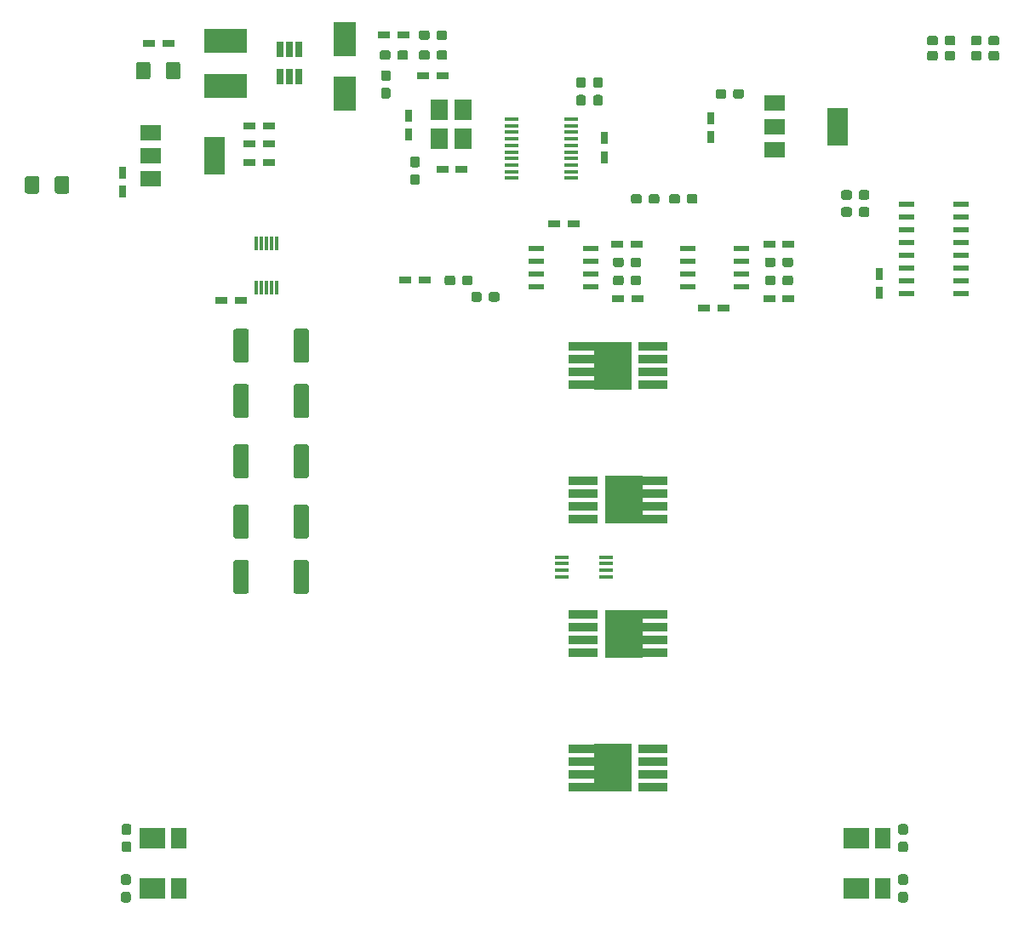
<source format=gbr>
G04 #@! TF.GenerationSoftware,KiCad,Pcbnew,(5.0.1)*
G04 #@! TF.CreationDate,2019-01-31T15:41:56+09:00*
G04 #@! TF.ProjectId,driver,6472697665722E6B696361645F706362,rev?*
G04 #@! TF.SameCoordinates,Original*
G04 #@! TF.FileFunction,Paste,Top*
G04 #@! TF.FilePolarity,Positive*
%FSLAX46Y46*%
G04 Gerber Fmt 4.6, Leading zero omitted, Abs format (unit mm)*
G04 Created by KiCad (PCBNEW (5.0.1)) date Thu Jan 31 15:41:56 2019*
%MOMM*%
%LPD*%
G01*
G04 APERTURE LIST*
%ADD10R,0.300000X1.400000*%
%ADD11R,1.450000X0.450000*%
%ADD12C,0.100000*%
%ADD13C,0.950000*%
%ADD14R,3.750000X4.700000*%
%ADD15R,2.950000X0.850000*%
%ADD16R,3.000000X0.850000*%
%ADD17R,1.200000X0.750000*%
%ADD18R,0.750000X1.200000*%
%ADD19R,2.300000X3.500000*%
%ADD20R,2.500000X2.100000*%
%ADD21R,1.500000X2.100000*%
%ADD22R,4.200000X2.400000*%
%ADD23C,1.425000*%
%ADD24C,1.525000*%
%ADD25R,0.650000X1.560000*%
%ADD26R,2.000000X3.800000*%
%ADD27R,2.000000X1.500000*%
%ADD28R,1.800000X2.100000*%
%ADD29R,1.550000X0.600000*%
%ADD30R,1.500000X0.600000*%
G04 APERTURE END LIST*
D10*
G04 #@! TO.C,U7*
X96000000Y-87800000D03*
X95500000Y-87800000D03*
X95000000Y-87800000D03*
X94500000Y-87800000D03*
X94000000Y-87800000D03*
X94000000Y-92200000D03*
X94500000Y-92200000D03*
X95000000Y-92200000D03*
X95500000Y-92200000D03*
X96000000Y-92200000D03*
G04 #@! TD*
D11*
G04 #@! TO.C,U6*
X119450000Y-75475000D03*
X119450000Y-76125000D03*
X119450000Y-76775000D03*
X119450000Y-77425000D03*
X119450000Y-78075000D03*
X119450000Y-78725000D03*
X119450000Y-79375000D03*
X119450000Y-80025000D03*
X119450000Y-80675000D03*
X119450000Y-81325000D03*
X125350000Y-81325000D03*
X125350000Y-80675000D03*
X125350000Y-80025000D03*
X125350000Y-79375000D03*
X125350000Y-78725000D03*
X125350000Y-78075000D03*
X125350000Y-77425000D03*
X125350000Y-76775000D03*
X125350000Y-76125000D03*
X125350000Y-75475000D03*
G04 #@! TD*
D12*
G04 #@! TO.C,R3*
G36*
X111035779Y-66626144D02*
X111058834Y-66629563D01*
X111081443Y-66635227D01*
X111103387Y-66643079D01*
X111124457Y-66653044D01*
X111144448Y-66665026D01*
X111163168Y-66678910D01*
X111180438Y-66694562D01*
X111196090Y-66711832D01*
X111209974Y-66730552D01*
X111221956Y-66750543D01*
X111231921Y-66771613D01*
X111239773Y-66793557D01*
X111245437Y-66816166D01*
X111248856Y-66839221D01*
X111250000Y-66862500D01*
X111250000Y-67337500D01*
X111248856Y-67360779D01*
X111245437Y-67383834D01*
X111239773Y-67406443D01*
X111231921Y-67428387D01*
X111221956Y-67449457D01*
X111209974Y-67469448D01*
X111196090Y-67488168D01*
X111180438Y-67505438D01*
X111163168Y-67521090D01*
X111144448Y-67534974D01*
X111124457Y-67546956D01*
X111103387Y-67556921D01*
X111081443Y-67564773D01*
X111058834Y-67570437D01*
X111035779Y-67573856D01*
X111012500Y-67575000D01*
X110437500Y-67575000D01*
X110414221Y-67573856D01*
X110391166Y-67570437D01*
X110368557Y-67564773D01*
X110346613Y-67556921D01*
X110325543Y-67546956D01*
X110305552Y-67534974D01*
X110286832Y-67521090D01*
X110269562Y-67505438D01*
X110253910Y-67488168D01*
X110240026Y-67469448D01*
X110228044Y-67449457D01*
X110218079Y-67428387D01*
X110210227Y-67406443D01*
X110204563Y-67383834D01*
X110201144Y-67360779D01*
X110200000Y-67337500D01*
X110200000Y-66862500D01*
X110201144Y-66839221D01*
X110204563Y-66816166D01*
X110210227Y-66793557D01*
X110218079Y-66771613D01*
X110228044Y-66750543D01*
X110240026Y-66730552D01*
X110253910Y-66711832D01*
X110269562Y-66694562D01*
X110286832Y-66678910D01*
X110305552Y-66665026D01*
X110325543Y-66653044D01*
X110346613Y-66643079D01*
X110368557Y-66635227D01*
X110391166Y-66629563D01*
X110414221Y-66626144D01*
X110437500Y-66625000D01*
X111012500Y-66625000D01*
X111035779Y-66626144D01*
X111035779Y-66626144D01*
G37*
D13*
X110725000Y-67100000D03*
D12*
G36*
X112785779Y-66626144D02*
X112808834Y-66629563D01*
X112831443Y-66635227D01*
X112853387Y-66643079D01*
X112874457Y-66653044D01*
X112894448Y-66665026D01*
X112913168Y-66678910D01*
X112930438Y-66694562D01*
X112946090Y-66711832D01*
X112959974Y-66730552D01*
X112971956Y-66750543D01*
X112981921Y-66771613D01*
X112989773Y-66793557D01*
X112995437Y-66816166D01*
X112998856Y-66839221D01*
X113000000Y-66862500D01*
X113000000Y-67337500D01*
X112998856Y-67360779D01*
X112995437Y-67383834D01*
X112989773Y-67406443D01*
X112981921Y-67428387D01*
X112971956Y-67449457D01*
X112959974Y-67469448D01*
X112946090Y-67488168D01*
X112930438Y-67505438D01*
X112913168Y-67521090D01*
X112894448Y-67534974D01*
X112874457Y-67546956D01*
X112853387Y-67556921D01*
X112831443Y-67564773D01*
X112808834Y-67570437D01*
X112785779Y-67573856D01*
X112762500Y-67575000D01*
X112187500Y-67575000D01*
X112164221Y-67573856D01*
X112141166Y-67570437D01*
X112118557Y-67564773D01*
X112096613Y-67556921D01*
X112075543Y-67546956D01*
X112055552Y-67534974D01*
X112036832Y-67521090D01*
X112019562Y-67505438D01*
X112003910Y-67488168D01*
X111990026Y-67469448D01*
X111978044Y-67449457D01*
X111968079Y-67428387D01*
X111960227Y-67406443D01*
X111954563Y-67383834D01*
X111951144Y-67360779D01*
X111950000Y-67337500D01*
X111950000Y-66862500D01*
X111951144Y-66839221D01*
X111954563Y-66816166D01*
X111960227Y-66793557D01*
X111968079Y-66771613D01*
X111978044Y-66750543D01*
X111990026Y-66730552D01*
X112003910Y-66711832D01*
X112019562Y-66694562D01*
X112036832Y-66678910D01*
X112055552Y-66665026D01*
X112075543Y-66653044D01*
X112096613Y-66643079D01*
X112118557Y-66635227D01*
X112141166Y-66629563D01*
X112164221Y-66626144D01*
X112187500Y-66625000D01*
X112762500Y-66625000D01*
X112785779Y-66626144D01*
X112785779Y-66626144D01*
G37*
D13*
X112475000Y-67100000D03*
G04 #@! TD*
D12*
G04 #@! TO.C,R39*
G36*
X135935779Y-82926144D02*
X135958834Y-82929563D01*
X135981443Y-82935227D01*
X136003387Y-82943079D01*
X136024457Y-82953044D01*
X136044448Y-82965026D01*
X136063168Y-82978910D01*
X136080438Y-82994562D01*
X136096090Y-83011832D01*
X136109974Y-83030552D01*
X136121956Y-83050543D01*
X136131921Y-83071613D01*
X136139773Y-83093557D01*
X136145437Y-83116166D01*
X136148856Y-83139221D01*
X136150000Y-83162500D01*
X136150000Y-83637500D01*
X136148856Y-83660779D01*
X136145437Y-83683834D01*
X136139773Y-83706443D01*
X136131921Y-83728387D01*
X136121956Y-83749457D01*
X136109974Y-83769448D01*
X136096090Y-83788168D01*
X136080438Y-83805438D01*
X136063168Y-83821090D01*
X136044448Y-83834974D01*
X136024457Y-83846956D01*
X136003387Y-83856921D01*
X135981443Y-83864773D01*
X135958834Y-83870437D01*
X135935779Y-83873856D01*
X135912500Y-83875000D01*
X135337500Y-83875000D01*
X135314221Y-83873856D01*
X135291166Y-83870437D01*
X135268557Y-83864773D01*
X135246613Y-83856921D01*
X135225543Y-83846956D01*
X135205552Y-83834974D01*
X135186832Y-83821090D01*
X135169562Y-83805438D01*
X135153910Y-83788168D01*
X135140026Y-83769448D01*
X135128044Y-83749457D01*
X135118079Y-83728387D01*
X135110227Y-83706443D01*
X135104563Y-83683834D01*
X135101144Y-83660779D01*
X135100000Y-83637500D01*
X135100000Y-83162500D01*
X135101144Y-83139221D01*
X135104563Y-83116166D01*
X135110227Y-83093557D01*
X135118079Y-83071613D01*
X135128044Y-83050543D01*
X135140026Y-83030552D01*
X135153910Y-83011832D01*
X135169562Y-82994562D01*
X135186832Y-82978910D01*
X135205552Y-82965026D01*
X135225543Y-82953044D01*
X135246613Y-82943079D01*
X135268557Y-82935227D01*
X135291166Y-82929563D01*
X135314221Y-82926144D01*
X135337500Y-82925000D01*
X135912500Y-82925000D01*
X135935779Y-82926144D01*
X135935779Y-82926144D01*
G37*
D13*
X135625000Y-83400000D03*
D12*
G36*
X137685779Y-82926144D02*
X137708834Y-82929563D01*
X137731443Y-82935227D01*
X137753387Y-82943079D01*
X137774457Y-82953044D01*
X137794448Y-82965026D01*
X137813168Y-82978910D01*
X137830438Y-82994562D01*
X137846090Y-83011832D01*
X137859974Y-83030552D01*
X137871956Y-83050543D01*
X137881921Y-83071613D01*
X137889773Y-83093557D01*
X137895437Y-83116166D01*
X137898856Y-83139221D01*
X137900000Y-83162500D01*
X137900000Y-83637500D01*
X137898856Y-83660779D01*
X137895437Y-83683834D01*
X137889773Y-83706443D01*
X137881921Y-83728387D01*
X137871956Y-83749457D01*
X137859974Y-83769448D01*
X137846090Y-83788168D01*
X137830438Y-83805438D01*
X137813168Y-83821090D01*
X137794448Y-83834974D01*
X137774457Y-83846956D01*
X137753387Y-83856921D01*
X137731443Y-83864773D01*
X137708834Y-83870437D01*
X137685779Y-83873856D01*
X137662500Y-83875000D01*
X137087500Y-83875000D01*
X137064221Y-83873856D01*
X137041166Y-83870437D01*
X137018557Y-83864773D01*
X136996613Y-83856921D01*
X136975543Y-83846956D01*
X136955552Y-83834974D01*
X136936832Y-83821090D01*
X136919562Y-83805438D01*
X136903910Y-83788168D01*
X136890026Y-83769448D01*
X136878044Y-83749457D01*
X136868079Y-83728387D01*
X136860227Y-83706443D01*
X136854563Y-83683834D01*
X136851144Y-83660779D01*
X136850000Y-83637500D01*
X136850000Y-83162500D01*
X136851144Y-83139221D01*
X136854563Y-83116166D01*
X136860227Y-83093557D01*
X136868079Y-83071613D01*
X136878044Y-83050543D01*
X136890026Y-83030552D01*
X136903910Y-83011832D01*
X136919562Y-82994562D01*
X136936832Y-82978910D01*
X136955552Y-82965026D01*
X136975543Y-82953044D01*
X136996613Y-82943079D01*
X137018557Y-82935227D01*
X137041166Y-82929563D01*
X137064221Y-82926144D01*
X137087500Y-82925000D01*
X137662500Y-82925000D01*
X137685779Y-82926144D01*
X137685779Y-82926144D01*
G37*
D13*
X137375000Y-83400000D03*
G04 #@! TD*
D14*
G04 #@! TO.C,Q1*
X129450000Y-100000000D03*
D15*
X133500000Y-101905000D03*
X133500000Y-100635000D03*
X133500000Y-99365000D03*
X133500000Y-98095000D03*
D16*
X126525000Y-98095000D03*
X126525000Y-99365000D03*
X126525000Y-100635000D03*
X126525000Y-101905000D03*
G04 #@! TD*
D14*
G04 #@! TO.C,Q2*
X129450000Y-140000000D03*
D15*
X133500000Y-141905000D03*
X133500000Y-140635000D03*
X133500000Y-139365000D03*
X133500000Y-138095000D03*
D16*
X126525000Y-138095000D03*
X126525000Y-139365000D03*
X126525000Y-140635000D03*
X126525000Y-141905000D03*
G04 #@! TD*
D14*
G04 #@! TO.C,Q3*
X130550000Y-113333300D03*
D15*
X126500000Y-111428300D03*
X126500000Y-112698300D03*
X126500000Y-113968300D03*
X126500000Y-115238300D03*
D16*
X133475000Y-115238300D03*
X133475000Y-113968300D03*
X133475000Y-112698300D03*
X133475000Y-111428300D03*
G04 #@! TD*
D14*
G04 #@! TO.C,Q4*
X130550000Y-126666700D03*
D15*
X126500000Y-124761700D03*
X126500000Y-126031700D03*
X126500000Y-127301700D03*
X126500000Y-128571700D03*
D16*
X133475000Y-128571700D03*
X133475000Y-127301700D03*
X133475000Y-126031700D03*
X133475000Y-124761700D03*
G04 #@! TD*
D17*
G04 #@! TO.C,C1*
X106750000Y-67100000D03*
X108650000Y-67100000D03*
G04 #@! TD*
G04 #@! TO.C,C4*
X85250000Y-67950000D03*
X83350000Y-67950000D03*
G04 #@! TD*
G04 #@! TO.C,C5*
X112524999Y-71174999D03*
X110624999Y-71174999D03*
G04 #@! TD*
D18*
G04 #@! TO.C,C12*
X128600000Y-77350000D03*
X128600000Y-79250000D03*
G04 #@! TD*
G04 #@! TO.C,C13*
X156000000Y-90850000D03*
X156000000Y-92750000D03*
G04 #@! TD*
D17*
G04 #@! TO.C,C14*
X92450000Y-93500000D03*
X90550000Y-93500000D03*
G04 #@! TD*
D18*
G04 #@! TO.C,C16*
X80750000Y-82700000D03*
X80750000Y-80800000D03*
G04 #@! TD*
D17*
G04 #@! TO.C,C17*
X95250000Y-77900000D03*
X93350000Y-77900000D03*
G04 #@! TD*
G04 #@! TO.C,C18*
X95250000Y-76100000D03*
X93350000Y-76100000D03*
G04 #@! TD*
G04 #@! TO.C,C20*
X114450000Y-80450000D03*
X112550000Y-80450000D03*
G04 #@! TD*
G04 #@! TO.C,C21*
X108850000Y-91500000D03*
X110750000Y-91500000D03*
G04 #@! TD*
D18*
G04 #@! TO.C,C22*
X109200000Y-77000000D03*
X109200000Y-75100000D03*
G04 #@! TD*
D17*
G04 #@! TO.C,C23*
X123650000Y-85900000D03*
X125550000Y-85900000D03*
G04 #@! TD*
G04 #@! TO.C,C24*
X140450000Y-94250000D03*
X138550000Y-94250000D03*
G04 #@! TD*
G04 #@! TO.C,C25*
X129950000Y-87900000D03*
X131850000Y-87900000D03*
G04 #@! TD*
G04 #@! TO.C,C26*
X145050000Y-87900000D03*
X146950000Y-87900000D03*
G04 #@! TD*
G04 #@! TO.C,C27*
X130000000Y-93300000D03*
X131900000Y-93300000D03*
G04 #@! TD*
G04 #@! TO.C,C28*
X146950000Y-93300000D03*
X145050000Y-93300000D03*
G04 #@! TD*
G04 #@! TO.C,C29*
X95250000Y-79800000D03*
X93350000Y-79800000D03*
G04 #@! TD*
D19*
G04 #@! TO.C,D1*
X102800000Y-67500000D03*
X102800000Y-72900000D03*
G04 #@! TD*
D20*
G04 #@! TO.C,D4*
X153670000Y-152000000D03*
D21*
X156330000Y-152000000D03*
G04 #@! TD*
G04 #@! TO.C,D5*
X86330000Y-152000000D03*
D20*
X83670000Y-152000000D03*
G04 #@! TD*
D21*
G04 #@! TO.C,D6*
X86330000Y-147000000D03*
D20*
X83670000Y-147000000D03*
G04 #@! TD*
G04 #@! TO.C,D7*
X153670000Y-147000000D03*
D21*
X156330000Y-147000000D03*
G04 #@! TD*
D22*
G04 #@! TO.C,L1*
X91000000Y-67650000D03*
X91000000Y-72150000D03*
G04 #@! TD*
D12*
G04 #@! TO.C,R2*
G36*
X108885779Y-68626144D02*
X108908834Y-68629563D01*
X108931443Y-68635227D01*
X108953387Y-68643079D01*
X108974457Y-68653044D01*
X108994448Y-68665026D01*
X109013168Y-68678910D01*
X109030438Y-68694562D01*
X109046090Y-68711832D01*
X109059974Y-68730552D01*
X109071956Y-68750543D01*
X109081921Y-68771613D01*
X109089773Y-68793557D01*
X109095437Y-68816166D01*
X109098856Y-68839221D01*
X109100000Y-68862500D01*
X109100000Y-69337500D01*
X109098856Y-69360779D01*
X109095437Y-69383834D01*
X109089773Y-69406443D01*
X109081921Y-69428387D01*
X109071956Y-69449457D01*
X109059974Y-69469448D01*
X109046090Y-69488168D01*
X109030438Y-69505438D01*
X109013168Y-69521090D01*
X108994448Y-69534974D01*
X108974457Y-69546956D01*
X108953387Y-69556921D01*
X108931443Y-69564773D01*
X108908834Y-69570437D01*
X108885779Y-69573856D01*
X108862500Y-69575000D01*
X108287500Y-69575000D01*
X108264221Y-69573856D01*
X108241166Y-69570437D01*
X108218557Y-69564773D01*
X108196613Y-69556921D01*
X108175543Y-69546956D01*
X108155552Y-69534974D01*
X108136832Y-69521090D01*
X108119562Y-69505438D01*
X108103910Y-69488168D01*
X108090026Y-69469448D01*
X108078044Y-69449457D01*
X108068079Y-69428387D01*
X108060227Y-69406443D01*
X108054563Y-69383834D01*
X108051144Y-69360779D01*
X108050000Y-69337500D01*
X108050000Y-68862500D01*
X108051144Y-68839221D01*
X108054563Y-68816166D01*
X108060227Y-68793557D01*
X108068079Y-68771613D01*
X108078044Y-68750543D01*
X108090026Y-68730552D01*
X108103910Y-68711832D01*
X108119562Y-68694562D01*
X108136832Y-68678910D01*
X108155552Y-68665026D01*
X108175543Y-68653044D01*
X108196613Y-68643079D01*
X108218557Y-68635227D01*
X108241166Y-68629563D01*
X108264221Y-68626144D01*
X108287500Y-68625000D01*
X108862500Y-68625000D01*
X108885779Y-68626144D01*
X108885779Y-68626144D01*
G37*
D13*
X108575000Y-69100000D03*
D12*
G36*
X107135779Y-68626144D02*
X107158834Y-68629563D01*
X107181443Y-68635227D01*
X107203387Y-68643079D01*
X107224457Y-68653044D01*
X107244448Y-68665026D01*
X107263168Y-68678910D01*
X107280438Y-68694562D01*
X107296090Y-68711832D01*
X107309974Y-68730552D01*
X107321956Y-68750543D01*
X107331921Y-68771613D01*
X107339773Y-68793557D01*
X107345437Y-68816166D01*
X107348856Y-68839221D01*
X107350000Y-68862500D01*
X107350000Y-69337500D01*
X107348856Y-69360779D01*
X107345437Y-69383834D01*
X107339773Y-69406443D01*
X107331921Y-69428387D01*
X107321956Y-69449457D01*
X107309974Y-69469448D01*
X107296090Y-69488168D01*
X107280438Y-69505438D01*
X107263168Y-69521090D01*
X107244448Y-69534974D01*
X107224457Y-69546956D01*
X107203387Y-69556921D01*
X107181443Y-69564773D01*
X107158834Y-69570437D01*
X107135779Y-69573856D01*
X107112500Y-69575000D01*
X106537500Y-69575000D01*
X106514221Y-69573856D01*
X106491166Y-69570437D01*
X106468557Y-69564773D01*
X106446613Y-69556921D01*
X106425543Y-69546956D01*
X106405552Y-69534974D01*
X106386832Y-69521090D01*
X106369562Y-69505438D01*
X106353910Y-69488168D01*
X106340026Y-69469448D01*
X106328044Y-69449457D01*
X106318079Y-69428387D01*
X106310227Y-69406443D01*
X106304563Y-69383834D01*
X106301144Y-69360779D01*
X106300000Y-69337500D01*
X106300000Y-68862500D01*
X106301144Y-68839221D01*
X106304563Y-68816166D01*
X106310227Y-68793557D01*
X106318079Y-68771613D01*
X106328044Y-68750543D01*
X106340026Y-68730552D01*
X106353910Y-68711832D01*
X106369562Y-68694562D01*
X106386832Y-68678910D01*
X106405552Y-68665026D01*
X106425543Y-68653044D01*
X106446613Y-68643079D01*
X106468557Y-68635227D01*
X106491166Y-68629563D01*
X106514221Y-68626144D01*
X106537500Y-68625000D01*
X107112500Y-68625000D01*
X107135779Y-68626144D01*
X107135779Y-68626144D01*
G37*
D13*
X106825000Y-69100000D03*
G04 #@! TD*
D12*
G04 #@! TO.C,R4*
G36*
X107160779Y-70601144D02*
X107183834Y-70604563D01*
X107206443Y-70610227D01*
X107228387Y-70618079D01*
X107249457Y-70628044D01*
X107269448Y-70640026D01*
X107288168Y-70653910D01*
X107305438Y-70669562D01*
X107321090Y-70686832D01*
X107334974Y-70705552D01*
X107346956Y-70725543D01*
X107356921Y-70746613D01*
X107364773Y-70768557D01*
X107370437Y-70791166D01*
X107373856Y-70814221D01*
X107375000Y-70837500D01*
X107375000Y-71412500D01*
X107373856Y-71435779D01*
X107370437Y-71458834D01*
X107364773Y-71481443D01*
X107356921Y-71503387D01*
X107346956Y-71524457D01*
X107334974Y-71544448D01*
X107321090Y-71563168D01*
X107305438Y-71580438D01*
X107288168Y-71596090D01*
X107269448Y-71609974D01*
X107249457Y-71621956D01*
X107228387Y-71631921D01*
X107206443Y-71639773D01*
X107183834Y-71645437D01*
X107160779Y-71648856D01*
X107137500Y-71650000D01*
X106662500Y-71650000D01*
X106639221Y-71648856D01*
X106616166Y-71645437D01*
X106593557Y-71639773D01*
X106571613Y-71631921D01*
X106550543Y-71621956D01*
X106530552Y-71609974D01*
X106511832Y-71596090D01*
X106494562Y-71580438D01*
X106478910Y-71563168D01*
X106465026Y-71544448D01*
X106453044Y-71524457D01*
X106443079Y-71503387D01*
X106435227Y-71481443D01*
X106429563Y-71458834D01*
X106426144Y-71435779D01*
X106425000Y-71412500D01*
X106425000Y-70837500D01*
X106426144Y-70814221D01*
X106429563Y-70791166D01*
X106435227Y-70768557D01*
X106443079Y-70746613D01*
X106453044Y-70725543D01*
X106465026Y-70705552D01*
X106478910Y-70686832D01*
X106494562Y-70669562D01*
X106511832Y-70653910D01*
X106530552Y-70640026D01*
X106550543Y-70628044D01*
X106571613Y-70618079D01*
X106593557Y-70610227D01*
X106616166Y-70604563D01*
X106639221Y-70601144D01*
X106662500Y-70600000D01*
X107137500Y-70600000D01*
X107160779Y-70601144D01*
X107160779Y-70601144D01*
G37*
D13*
X106900000Y-71125000D03*
D12*
G36*
X107160779Y-72351144D02*
X107183834Y-72354563D01*
X107206443Y-72360227D01*
X107228387Y-72368079D01*
X107249457Y-72378044D01*
X107269448Y-72390026D01*
X107288168Y-72403910D01*
X107305438Y-72419562D01*
X107321090Y-72436832D01*
X107334974Y-72455552D01*
X107346956Y-72475543D01*
X107356921Y-72496613D01*
X107364773Y-72518557D01*
X107370437Y-72541166D01*
X107373856Y-72564221D01*
X107375000Y-72587500D01*
X107375000Y-73162500D01*
X107373856Y-73185779D01*
X107370437Y-73208834D01*
X107364773Y-73231443D01*
X107356921Y-73253387D01*
X107346956Y-73274457D01*
X107334974Y-73294448D01*
X107321090Y-73313168D01*
X107305438Y-73330438D01*
X107288168Y-73346090D01*
X107269448Y-73359974D01*
X107249457Y-73371956D01*
X107228387Y-73381921D01*
X107206443Y-73389773D01*
X107183834Y-73395437D01*
X107160779Y-73398856D01*
X107137500Y-73400000D01*
X106662500Y-73400000D01*
X106639221Y-73398856D01*
X106616166Y-73395437D01*
X106593557Y-73389773D01*
X106571613Y-73381921D01*
X106550543Y-73371956D01*
X106530552Y-73359974D01*
X106511832Y-73346090D01*
X106494562Y-73330438D01*
X106478910Y-73313168D01*
X106465026Y-73294448D01*
X106453044Y-73274457D01*
X106443079Y-73253387D01*
X106435227Y-73231443D01*
X106429563Y-73208834D01*
X106426144Y-73185779D01*
X106425000Y-73162500D01*
X106425000Y-72587500D01*
X106426144Y-72564221D01*
X106429563Y-72541166D01*
X106435227Y-72518557D01*
X106443079Y-72496613D01*
X106453044Y-72475543D01*
X106465026Y-72455552D01*
X106478910Y-72436832D01*
X106494562Y-72419562D01*
X106511832Y-72403910D01*
X106530552Y-72390026D01*
X106550543Y-72378044D01*
X106571613Y-72368079D01*
X106593557Y-72360227D01*
X106616166Y-72354563D01*
X106639221Y-72351144D01*
X106662500Y-72350000D01*
X107137500Y-72350000D01*
X107160779Y-72351144D01*
X107160779Y-72351144D01*
G37*
D13*
X106900000Y-72875000D03*
G04 #@! TD*
D12*
G04 #@! TO.C,R5*
G36*
X111035779Y-68626144D02*
X111058834Y-68629563D01*
X111081443Y-68635227D01*
X111103387Y-68643079D01*
X111124457Y-68653044D01*
X111144448Y-68665026D01*
X111163168Y-68678910D01*
X111180438Y-68694562D01*
X111196090Y-68711832D01*
X111209974Y-68730552D01*
X111221956Y-68750543D01*
X111231921Y-68771613D01*
X111239773Y-68793557D01*
X111245437Y-68816166D01*
X111248856Y-68839221D01*
X111250000Y-68862500D01*
X111250000Y-69337500D01*
X111248856Y-69360779D01*
X111245437Y-69383834D01*
X111239773Y-69406443D01*
X111231921Y-69428387D01*
X111221956Y-69449457D01*
X111209974Y-69469448D01*
X111196090Y-69488168D01*
X111180438Y-69505438D01*
X111163168Y-69521090D01*
X111144448Y-69534974D01*
X111124457Y-69546956D01*
X111103387Y-69556921D01*
X111081443Y-69564773D01*
X111058834Y-69570437D01*
X111035779Y-69573856D01*
X111012500Y-69575000D01*
X110437500Y-69575000D01*
X110414221Y-69573856D01*
X110391166Y-69570437D01*
X110368557Y-69564773D01*
X110346613Y-69556921D01*
X110325543Y-69546956D01*
X110305552Y-69534974D01*
X110286832Y-69521090D01*
X110269562Y-69505438D01*
X110253910Y-69488168D01*
X110240026Y-69469448D01*
X110228044Y-69449457D01*
X110218079Y-69428387D01*
X110210227Y-69406443D01*
X110204563Y-69383834D01*
X110201144Y-69360779D01*
X110200000Y-69337500D01*
X110200000Y-68862500D01*
X110201144Y-68839221D01*
X110204563Y-68816166D01*
X110210227Y-68793557D01*
X110218079Y-68771613D01*
X110228044Y-68750543D01*
X110240026Y-68730552D01*
X110253910Y-68711832D01*
X110269562Y-68694562D01*
X110286832Y-68678910D01*
X110305552Y-68665026D01*
X110325543Y-68653044D01*
X110346613Y-68643079D01*
X110368557Y-68635227D01*
X110391166Y-68629563D01*
X110414221Y-68626144D01*
X110437500Y-68625000D01*
X111012500Y-68625000D01*
X111035779Y-68626144D01*
X111035779Y-68626144D01*
G37*
D13*
X110725000Y-69100000D03*
D12*
G36*
X112785779Y-68626144D02*
X112808834Y-68629563D01*
X112831443Y-68635227D01*
X112853387Y-68643079D01*
X112874457Y-68653044D01*
X112894448Y-68665026D01*
X112913168Y-68678910D01*
X112930438Y-68694562D01*
X112946090Y-68711832D01*
X112959974Y-68730552D01*
X112971956Y-68750543D01*
X112981921Y-68771613D01*
X112989773Y-68793557D01*
X112995437Y-68816166D01*
X112998856Y-68839221D01*
X113000000Y-68862500D01*
X113000000Y-69337500D01*
X112998856Y-69360779D01*
X112995437Y-69383834D01*
X112989773Y-69406443D01*
X112981921Y-69428387D01*
X112971956Y-69449457D01*
X112959974Y-69469448D01*
X112946090Y-69488168D01*
X112930438Y-69505438D01*
X112913168Y-69521090D01*
X112894448Y-69534974D01*
X112874457Y-69546956D01*
X112853387Y-69556921D01*
X112831443Y-69564773D01*
X112808834Y-69570437D01*
X112785779Y-69573856D01*
X112762500Y-69575000D01*
X112187500Y-69575000D01*
X112164221Y-69573856D01*
X112141166Y-69570437D01*
X112118557Y-69564773D01*
X112096613Y-69556921D01*
X112075543Y-69546956D01*
X112055552Y-69534974D01*
X112036832Y-69521090D01*
X112019562Y-69505438D01*
X112003910Y-69488168D01*
X111990026Y-69469448D01*
X111978044Y-69449457D01*
X111968079Y-69428387D01*
X111960227Y-69406443D01*
X111954563Y-69383834D01*
X111951144Y-69360779D01*
X111950000Y-69337500D01*
X111950000Y-68862500D01*
X111951144Y-68839221D01*
X111954563Y-68816166D01*
X111960227Y-68793557D01*
X111968079Y-68771613D01*
X111978044Y-68750543D01*
X111990026Y-68730552D01*
X112003910Y-68711832D01*
X112019562Y-68694562D01*
X112036832Y-68678910D01*
X112055552Y-68665026D01*
X112075543Y-68653044D01*
X112096613Y-68643079D01*
X112118557Y-68635227D01*
X112141166Y-68629563D01*
X112164221Y-68626144D01*
X112187500Y-68625000D01*
X112762500Y-68625000D01*
X112785779Y-68626144D01*
X112785779Y-68626144D01*
G37*
D13*
X112475000Y-69100000D03*
G04 #@! TD*
D12*
G04 #@! TO.C,R7*
G36*
X72199504Y-81126204D02*
X72223773Y-81129804D01*
X72247571Y-81135765D01*
X72270671Y-81144030D01*
X72292849Y-81154520D01*
X72313893Y-81167133D01*
X72333598Y-81181747D01*
X72351777Y-81198223D01*
X72368253Y-81216402D01*
X72382867Y-81236107D01*
X72395480Y-81257151D01*
X72405970Y-81279329D01*
X72414235Y-81302429D01*
X72420196Y-81326227D01*
X72423796Y-81350496D01*
X72425000Y-81375000D01*
X72425000Y-82625000D01*
X72423796Y-82649504D01*
X72420196Y-82673773D01*
X72414235Y-82697571D01*
X72405970Y-82720671D01*
X72395480Y-82742849D01*
X72382867Y-82763893D01*
X72368253Y-82783598D01*
X72351777Y-82801777D01*
X72333598Y-82818253D01*
X72313893Y-82832867D01*
X72292849Y-82845480D01*
X72270671Y-82855970D01*
X72247571Y-82864235D01*
X72223773Y-82870196D01*
X72199504Y-82873796D01*
X72175000Y-82875000D01*
X71250000Y-82875000D01*
X71225496Y-82873796D01*
X71201227Y-82870196D01*
X71177429Y-82864235D01*
X71154329Y-82855970D01*
X71132151Y-82845480D01*
X71111107Y-82832867D01*
X71091402Y-82818253D01*
X71073223Y-82801777D01*
X71056747Y-82783598D01*
X71042133Y-82763893D01*
X71029520Y-82742849D01*
X71019030Y-82720671D01*
X71010765Y-82697571D01*
X71004804Y-82673773D01*
X71001204Y-82649504D01*
X71000000Y-82625000D01*
X71000000Y-81375000D01*
X71001204Y-81350496D01*
X71004804Y-81326227D01*
X71010765Y-81302429D01*
X71019030Y-81279329D01*
X71029520Y-81257151D01*
X71042133Y-81236107D01*
X71056747Y-81216402D01*
X71073223Y-81198223D01*
X71091402Y-81181747D01*
X71111107Y-81167133D01*
X71132151Y-81154520D01*
X71154329Y-81144030D01*
X71177429Y-81135765D01*
X71201227Y-81129804D01*
X71225496Y-81126204D01*
X71250000Y-81125000D01*
X72175000Y-81125000D01*
X72199504Y-81126204D01*
X72199504Y-81126204D01*
G37*
D23*
X71712500Y-82000000D03*
D12*
G36*
X75174504Y-81126204D02*
X75198773Y-81129804D01*
X75222571Y-81135765D01*
X75245671Y-81144030D01*
X75267849Y-81154520D01*
X75288893Y-81167133D01*
X75308598Y-81181747D01*
X75326777Y-81198223D01*
X75343253Y-81216402D01*
X75357867Y-81236107D01*
X75370480Y-81257151D01*
X75380970Y-81279329D01*
X75389235Y-81302429D01*
X75395196Y-81326227D01*
X75398796Y-81350496D01*
X75400000Y-81375000D01*
X75400000Y-82625000D01*
X75398796Y-82649504D01*
X75395196Y-82673773D01*
X75389235Y-82697571D01*
X75380970Y-82720671D01*
X75370480Y-82742849D01*
X75357867Y-82763893D01*
X75343253Y-82783598D01*
X75326777Y-82801777D01*
X75308598Y-82818253D01*
X75288893Y-82832867D01*
X75267849Y-82845480D01*
X75245671Y-82855970D01*
X75222571Y-82864235D01*
X75198773Y-82870196D01*
X75174504Y-82873796D01*
X75150000Y-82875000D01*
X74225000Y-82875000D01*
X74200496Y-82873796D01*
X74176227Y-82870196D01*
X74152429Y-82864235D01*
X74129329Y-82855970D01*
X74107151Y-82845480D01*
X74086107Y-82832867D01*
X74066402Y-82818253D01*
X74048223Y-82801777D01*
X74031747Y-82783598D01*
X74017133Y-82763893D01*
X74004520Y-82742849D01*
X73994030Y-82720671D01*
X73985765Y-82697571D01*
X73979804Y-82673773D01*
X73976204Y-82649504D01*
X73975000Y-82625000D01*
X73975000Y-81375000D01*
X73976204Y-81350496D01*
X73979804Y-81326227D01*
X73985765Y-81302429D01*
X73994030Y-81279329D01*
X74004520Y-81257151D01*
X74017133Y-81236107D01*
X74031747Y-81216402D01*
X74048223Y-81198223D01*
X74066402Y-81181747D01*
X74086107Y-81167133D01*
X74107151Y-81154520D01*
X74129329Y-81144030D01*
X74152429Y-81135765D01*
X74176227Y-81129804D01*
X74200496Y-81126204D01*
X74225000Y-81125000D01*
X75150000Y-81125000D01*
X75174504Y-81126204D01*
X75174504Y-81126204D01*
G37*
D23*
X74687500Y-82000000D03*
G04 #@! TD*
D12*
G04 #@! TO.C,R8*
G36*
X116235779Y-92676144D02*
X116258834Y-92679563D01*
X116281443Y-92685227D01*
X116303387Y-92693079D01*
X116324457Y-92703044D01*
X116344448Y-92715026D01*
X116363168Y-92728910D01*
X116380438Y-92744562D01*
X116396090Y-92761832D01*
X116409974Y-92780552D01*
X116421956Y-92800543D01*
X116431921Y-92821613D01*
X116439773Y-92843557D01*
X116445437Y-92866166D01*
X116448856Y-92889221D01*
X116450000Y-92912500D01*
X116450000Y-93387500D01*
X116448856Y-93410779D01*
X116445437Y-93433834D01*
X116439773Y-93456443D01*
X116431921Y-93478387D01*
X116421956Y-93499457D01*
X116409974Y-93519448D01*
X116396090Y-93538168D01*
X116380438Y-93555438D01*
X116363168Y-93571090D01*
X116344448Y-93584974D01*
X116324457Y-93596956D01*
X116303387Y-93606921D01*
X116281443Y-93614773D01*
X116258834Y-93620437D01*
X116235779Y-93623856D01*
X116212500Y-93625000D01*
X115637500Y-93625000D01*
X115614221Y-93623856D01*
X115591166Y-93620437D01*
X115568557Y-93614773D01*
X115546613Y-93606921D01*
X115525543Y-93596956D01*
X115505552Y-93584974D01*
X115486832Y-93571090D01*
X115469562Y-93555438D01*
X115453910Y-93538168D01*
X115440026Y-93519448D01*
X115428044Y-93499457D01*
X115418079Y-93478387D01*
X115410227Y-93456443D01*
X115404563Y-93433834D01*
X115401144Y-93410779D01*
X115400000Y-93387500D01*
X115400000Y-92912500D01*
X115401144Y-92889221D01*
X115404563Y-92866166D01*
X115410227Y-92843557D01*
X115418079Y-92821613D01*
X115428044Y-92800543D01*
X115440026Y-92780552D01*
X115453910Y-92761832D01*
X115469562Y-92744562D01*
X115486832Y-92728910D01*
X115505552Y-92715026D01*
X115525543Y-92703044D01*
X115546613Y-92693079D01*
X115568557Y-92685227D01*
X115591166Y-92679563D01*
X115614221Y-92676144D01*
X115637500Y-92675000D01*
X116212500Y-92675000D01*
X116235779Y-92676144D01*
X116235779Y-92676144D01*
G37*
D13*
X115925000Y-93150000D03*
D12*
G36*
X117985779Y-92676144D02*
X118008834Y-92679563D01*
X118031443Y-92685227D01*
X118053387Y-92693079D01*
X118074457Y-92703044D01*
X118094448Y-92715026D01*
X118113168Y-92728910D01*
X118130438Y-92744562D01*
X118146090Y-92761832D01*
X118159974Y-92780552D01*
X118171956Y-92800543D01*
X118181921Y-92821613D01*
X118189773Y-92843557D01*
X118195437Y-92866166D01*
X118198856Y-92889221D01*
X118200000Y-92912500D01*
X118200000Y-93387500D01*
X118198856Y-93410779D01*
X118195437Y-93433834D01*
X118189773Y-93456443D01*
X118181921Y-93478387D01*
X118171956Y-93499457D01*
X118159974Y-93519448D01*
X118146090Y-93538168D01*
X118130438Y-93555438D01*
X118113168Y-93571090D01*
X118094448Y-93584974D01*
X118074457Y-93596956D01*
X118053387Y-93606921D01*
X118031443Y-93614773D01*
X118008834Y-93620437D01*
X117985779Y-93623856D01*
X117962500Y-93625000D01*
X117387500Y-93625000D01*
X117364221Y-93623856D01*
X117341166Y-93620437D01*
X117318557Y-93614773D01*
X117296613Y-93606921D01*
X117275543Y-93596956D01*
X117255552Y-93584974D01*
X117236832Y-93571090D01*
X117219562Y-93555438D01*
X117203910Y-93538168D01*
X117190026Y-93519448D01*
X117178044Y-93499457D01*
X117168079Y-93478387D01*
X117160227Y-93456443D01*
X117154563Y-93433834D01*
X117151144Y-93410779D01*
X117150000Y-93387500D01*
X117150000Y-92912500D01*
X117151144Y-92889221D01*
X117154563Y-92866166D01*
X117160227Y-92843557D01*
X117168079Y-92821613D01*
X117178044Y-92800543D01*
X117190026Y-92780552D01*
X117203910Y-92761832D01*
X117219562Y-92744562D01*
X117236832Y-92728910D01*
X117255552Y-92715026D01*
X117275543Y-92703044D01*
X117296613Y-92693079D01*
X117318557Y-92685227D01*
X117341166Y-92679563D01*
X117364221Y-92676144D01*
X117387500Y-92675000D01*
X117962500Y-92675000D01*
X117985779Y-92676144D01*
X117985779Y-92676144D01*
G37*
D13*
X117675000Y-93150000D03*
G04 #@! TD*
D12*
G04 #@! TO.C,R9*
G36*
X115335779Y-91026144D02*
X115358834Y-91029563D01*
X115381443Y-91035227D01*
X115403387Y-91043079D01*
X115424457Y-91053044D01*
X115444448Y-91065026D01*
X115463168Y-91078910D01*
X115480438Y-91094562D01*
X115496090Y-91111832D01*
X115509974Y-91130552D01*
X115521956Y-91150543D01*
X115531921Y-91171613D01*
X115539773Y-91193557D01*
X115545437Y-91216166D01*
X115548856Y-91239221D01*
X115550000Y-91262500D01*
X115550000Y-91737500D01*
X115548856Y-91760779D01*
X115545437Y-91783834D01*
X115539773Y-91806443D01*
X115531921Y-91828387D01*
X115521956Y-91849457D01*
X115509974Y-91869448D01*
X115496090Y-91888168D01*
X115480438Y-91905438D01*
X115463168Y-91921090D01*
X115444448Y-91934974D01*
X115424457Y-91946956D01*
X115403387Y-91956921D01*
X115381443Y-91964773D01*
X115358834Y-91970437D01*
X115335779Y-91973856D01*
X115312500Y-91975000D01*
X114737500Y-91975000D01*
X114714221Y-91973856D01*
X114691166Y-91970437D01*
X114668557Y-91964773D01*
X114646613Y-91956921D01*
X114625543Y-91946956D01*
X114605552Y-91934974D01*
X114586832Y-91921090D01*
X114569562Y-91905438D01*
X114553910Y-91888168D01*
X114540026Y-91869448D01*
X114528044Y-91849457D01*
X114518079Y-91828387D01*
X114510227Y-91806443D01*
X114504563Y-91783834D01*
X114501144Y-91760779D01*
X114500000Y-91737500D01*
X114500000Y-91262500D01*
X114501144Y-91239221D01*
X114504563Y-91216166D01*
X114510227Y-91193557D01*
X114518079Y-91171613D01*
X114528044Y-91150543D01*
X114540026Y-91130552D01*
X114553910Y-91111832D01*
X114569562Y-91094562D01*
X114586832Y-91078910D01*
X114605552Y-91065026D01*
X114625543Y-91053044D01*
X114646613Y-91043079D01*
X114668557Y-91035227D01*
X114691166Y-91029563D01*
X114714221Y-91026144D01*
X114737500Y-91025000D01*
X115312500Y-91025000D01*
X115335779Y-91026144D01*
X115335779Y-91026144D01*
G37*
D13*
X115025000Y-91500000D03*
D12*
G36*
X113585779Y-91026144D02*
X113608834Y-91029563D01*
X113631443Y-91035227D01*
X113653387Y-91043079D01*
X113674457Y-91053044D01*
X113694448Y-91065026D01*
X113713168Y-91078910D01*
X113730438Y-91094562D01*
X113746090Y-91111832D01*
X113759974Y-91130552D01*
X113771956Y-91150543D01*
X113781921Y-91171613D01*
X113789773Y-91193557D01*
X113795437Y-91216166D01*
X113798856Y-91239221D01*
X113800000Y-91262500D01*
X113800000Y-91737500D01*
X113798856Y-91760779D01*
X113795437Y-91783834D01*
X113789773Y-91806443D01*
X113781921Y-91828387D01*
X113771956Y-91849457D01*
X113759974Y-91869448D01*
X113746090Y-91888168D01*
X113730438Y-91905438D01*
X113713168Y-91921090D01*
X113694448Y-91934974D01*
X113674457Y-91946956D01*
X113653387Y-91956921D01*
X113631443Y-91964773D01*
X113608834Y-91970437D01*
X113585779Y-91973856D01*
X113562500Y-91975000D01*
X112987500Y-91975000D01*
X112964221Y-91973856D01*
X112941166Y-91970437D01*
X112918557Y-91964773D01*
X112896613Y-91956921D01*
X112875543Y-91946956D01*
X112855552Y-91934974D01*
X112836832Y-91921090D01*
X112819562Y-91905438D01*
X112803910Y-91888168D01*
X112790026Y-91869448D01*
X112778044Y-91849457D01*
X112768079Y-91828387D01*
X112760227Y-91806443D01*
X112754563Y-91783834D01*
X112751144Y-91760779D01*
X112750000Y-91737500D01*
X112750000Y-91262500D01*
X112751144Y-91239221D01*
X112754563Y-91216166D01*
X112760227Y-91193557D01*
X112768079Y-91171613D01*
X112778044Y-91150543D01*
X112790026Y-91130552D01*
X112803910Y-91111832D01*
X112819562Y-91094562D01*
X112836832Y-91078910D01*
X112855552Y-91065026D01*
X112875543Y-91053044D01*
X112896613Y-91043079D01*
X112918557Y-91035227D01*
X112941166Y-91029563D01*
X112964221Y-91026144D01*
X112987500Y-91025000D01*
X113562500Y-91025000D01*
X113585779Y-91026144D01*
X113585779Y-91026144D01*
G37*
D13*
X113275000Y-91500000D03*
G04 #@! TD*
D12*
G04 #@! TO.C,R10*
G36*
X110060779Y-79201144D02*
X110083834Y-79204563D01*
X110106443Y-79210227D01*
X110128387Y-79218079D01*
X110149457Y-79228044D01*
X110169448Y-79240026D01*
X110188168Y-79253910D01*
X110205438Y-79269562D01*
X110221090Y-79286832D01*
X110234974Y-79305552D01*
X110246956Y-79325543D01*
X110256921Y-79346613D01*
X110264773Y-79368557D01*
X110270437Y-79391166D01*
X110273856Y-79414221D01*
X110275000Y-79437500D01*
X110275000Y-80012500D01*
X110273856Y-80035779D01*
X110270437Y-80058834D01*
X110264773Y-80081443D01*
X110256921Y-80103387D01*
X110246956Y-80124457D01*
X110234974Y-80144448D01*
X110221090Y-80163168D01*
X110205438Y-80180438D01*
X110188168Y-80196090D01*
X110169448Y-80209974D01*
X110149457Y-80221956D01*
X110128387Y-80231921D01*
X110106443Y-80239773D01*
X110083834Y-80245437D01*
X110060779Y-80248856D01*
X110037500Y-80250000D01*
X109562500Y-80250000D01*
X109539221Y-80248856D01*
X109516166Y-80245437D01*
X109493557Y-80239773D01*
X109471613Y-80231921D01*
X109450543Y-80221956D01*
X109430552Y-80209974D01*
X109411832Y-80196090D01*
X109394562Y-80180438D01*
X109378910Y-80163168D01*
X109365026Y-80144448D01*
X109353044Y-80124457D01*
X109343079Y-80103387D01*
X109335227Y-80081443D01*
X109329563Y-80058834D01*
X109326144Y-80035779D01*
X109325000Y-80012500D01*
X109325000Y-79437500D01*
X109326144Y-79414221D01*
X109329563Y-79391166D01*
X109335227Y-79368557D01*
X109343079Y-79346613D01*
X109353044Y-79325543D01*
X109365026Y-79305552D01*
X109378910Y-79286832D01*
X109394562Y-79269562D01*
X109411832Y-79253910D01*
X109430552Y-79240026D01*
X109450543Y-79228044D01*
X109471613Y-79218079D01*
X109493557Y-79210227D01*
X109516166Y-79204563D01*
X109539221Y-79201144D01*
X109562500Y-79200000D01*
X110037500Y-79200000D01*
X110060779Y-79201144D01*
X110060779Y-79201144D01*
G37*
D13*
X109800000Y-79725000D03*
D12*
G36*
X110060779Y-80951144D02*
X110083834Y-80954563D01*
X110106443Y-80960227D01*
X110128387Y-80968079D01*
X110149457Y-80978044D01*
X110169448Y-80990026D01*
X110188168Y-81003910D01*
X110205438Y-81019562D01*
X110221090Y-81036832D01*
X110234974Y-81055552D01*
X110246956Y-81075543D01*
X110256921Y-81096613D01*
X110264773Y-81118557D01*
X110270437Y-81141166D01*
X110273856Y-81164221D01*
X110275000Y-81187500D01*
X110275000Y-81762500D01*
X110273856Y-81785779D01*
X110270437Y-81808834D01*
X110264773Y-81831443D01*
X110256921Y-81853387D01*
X110246956Y-81874457D01*
X110234974Y-81894448D01*
X110221090Y-81913168D01*
X110205438Y-81930438D01*
X110188168Y-81946090D01*
X110169448Y-81959974D01*
X110149457Y-81971956D01*
X110128387Y-81981921D01*
X110106443Y-81989773D01*
X110083834Y-81995437D01*
X110060779Y-81998856D01*
X110037500Y-82000000D01*
X109562500Y-82000000D01*
X109539221Y-81998856D01*
X109516166Y-81995437D01*
X109493557Y-81989773D01*
X109471613Y-81981921D01*
X109450543Y-81971956D01*
X109430552Y-81959974D01*
X109411832Y-81946090D01*
X109394562Y-81930438D01*
X109378910Y-81913168D01*
X109365026Y-81894448D01*
X109353044Y-81874457D01*
X109343079Y-81853387D01*
X109335227Y-81831443D01*
X109329563Y-81808834D01*
X109326144Y-81785779D01*
X109325000Y-81762500D01*
X109325000Y-81187500D01*
X109326144Y-81164221D01*
X109329563Y-81141166D01*
X109335227Y-81118557D01*
X109343079Y-81096613D01*
X109353044Y-81075543D01*
X109365026Y-81055552D01*
X109378910Y-81036832D01*
X109394562Y-81019562D01*
X109411832Y-81003910D01*
X109430552Y-80990026D01*
X109450543Y-80978044D01*
X109471613Y-80968079D01*
X109493557Y-80960227D01*
X109516166Y-80954563D01*
X109539221Y-80951144D01*
X109562500Y-80950000D01*
X110037500Y-80950000D01*
X110060779Y-80951144D01*
X110060779Y-80951144D01*
G37*
D13*
X109800000Y-81475000D03*
G04 #@! TD*
D12*
G04 #@! TO.C,R13*
G36*
X158610779Y-147351144D02*
X158633834Y-147354563D01*
X158656443Y-147360227D01*
X158678387Y-147368079D01*
X158699457Y-147378044D01*
X158719448Y-147390026D01*
X158738168Y-147403910D01*
X158755438Y-147419562D01*
X158771090Y-147436832D01*
X158784974Y-147455552D01*
X158796956Y-147475543D01*
X158806921Y-147496613D01*
X158814773Y-147518557D01*
X158820437Y-147541166D01*
X158823856Y-147564221D01*
X158825000Y-147587500D01*
X158825000Y-148162500D01*
X158823856Y-148185779D01*
X158820437Y-148208834D01*
X158814773Y-148231443D01*
X158806921Y-148253387D01*
X158796956Y-148274457D01*
X158784974Y-148294448D01*
X158771090Y-148313168D01*
X158755438Y-148330438D01*
X158738168Y-148346090D01*
X158719448Y-148359974D01*
X158699457Y-148371956D01*
X158678387Y-148381921D01*
X158656443Y-148389773D01*
X158633834Y-148395437D01*
X158610779Y-148398856D01*
X158587500Y-148400000D01*
X158112500Y-148400000D01*
X158089221Y-148398856D01*
X158066166Y-148395437D01*
X158043557Y-148389773D01*
X158021613Y-148381921D01*
X158000543Y-148371956D01*
X157980552Y-148359974D01*
X157961832Y-148346090D01*
X157944562Y-148330438D01*
X157928910Y-148313168D01*
X157915026Y-148294448D01*
X157903044Y-148274457D01*
X157893079Y-148253387D01*
X157885227Y-148231443D01*
X157879563Y-148208834D01*
X157876144Y-148185779D01*
X157875000Y-148162500D01*
X157875000Y-147587500D01*
X157876144Y-147564221D01*
X157879563Y-147541166D01*
X157885227Y-147518557D01*
X157893079Y-147496613D01*
X157903044Y-147475543D01*
X157915026Y-147455552D01*
X157928910Y-147436832D01*
X157944562Y-147419562D01*
X157961832Y-147403910D01*
X157980552Y-147390026D01*
X158000543Y-147378044D01*
X158021613Y-147368079D01*
X158043557Y-147360227D01*
X158066166Y-147354563D01*
X158089221Y-147351144D01*
X158112500Y-147350000D01*
X158587500Y-147350000D01*
X158610779Y-147351144D01*
X158610779Y-147351144D01*
G37*
D13*
X158350000Y-147875000D03*
D12*
G36*
X158610779Y-145601144D02*
X158633834Y-145604563D01*
X158656443Y-145610227D01*
X158678387Y-145618079D01*
X158699457Y-145628044D01*
X158719448Y-145640026D01*
X158738168Y-145653910D01*
X158755438Y-145669562D01*
X158771090Y-145686832D01*
X158784974Y-145705552D01*
X158796956Y-145725543D01*
X158806921Y-145746613D01*
X158814773Y-145768557D01*
X158820437Y-145791166D01*
X158823856Y-145814221D01*
X158825000Y-145837500D01*
X158825000Y-146412500D01*
X158823856Y-146435779D01*
X158820437Y-146458834D01*
X158814773Y-146481443D01*
X158806921Y-146503387D01*
X158796956Y-146524457D01*
X158784974Y-146544448D01*
X158771090Y-146563168D01*
X158755438Y-146580438D01*
X158738168Y-146596090D01*
X158719448Y-146609974D01*
X158699457Y-146621956D01*
X158678387Y-146631921D01*
X158656443Y-146639773D01*
X158633834Y-146645437D01*
X158610779Y-146648856D01*
X158587500Y-146650000D01*
X158112500Y-146650000D01*
X158089221Y-146648856D01*
X158066166Y-146645437D01*
X158043557Y-146639773D01*
X158021613Y-146631921D01*
X158000543Y-146621956D01*
X157980552Y-146609974D01*
X157961832Y-146596090D01*
X157944562Y-146580438D01*
X157928910Y-146563168D01*
X157915026Y-146544448D01*
X157903044Y-146524457D01*
X157893079Y-146503387D01*
X157885227Y-146481443D01*
X157879563Y-146458834D01*
X157876144Y-146435779D01*
X157875000Y-146412500D01*
X157875000Y-145837500D01*
X157876144Y-145814221D01*
X157879563Y-145791166D01*
X157885227Y-145768557D01*
X157893079Y-145746613D01*
X157903044Y-145725543D01*
X157915026Y-145705552D01*
X157928910Y-145686832D01*
X157944562Y-145669562D01*
X157961832Y-145653910D01*
X157980552Y-145640026D01*
X158000543Y-145628044D01*
X158021613Y-145618079D01*
X158043557Y-145610227D01*
X158066166Y-145604563D01*
X158089221Y-145601144D01*
X158112500Y-145600000D01*
X158587500Y-145600000D01*
X158610779Y-145601144D01*
X158610779Y-145601144D01*
G37*
D13*
X158350000Y-146125000D03*
G04 #@! TD*
D12*
G04 #@! TO.C,R14*
G36*
X81310779Y-150601144D02*
X81333834Y-150604563D01*
X81356443Y-150610227D01*
X81378387Y-150618079D01*
X81399457Y-150628044D01*
X81419448Y-150640026D01*
X81438168Y-150653910D01*
X81455438Y-150669562D01*
X81471090Y-150686832D01*
X81484974Y-150705552D01*
X81496956Y-150725543D01*
X81506921Y-150746613D01*
X81514773Y-150768557D01*
X81520437Y-150791166D01*
X81523856Y-150814221D01*
X81525000Y-150837500D01*
X81525000Y-151412500D01*
X81523856Y-151435779D01*
X81520437Y-151458834D01*
X81514773Y-151481443D01*
X81506921Y-151503387D01*
X81496956Y-151524457D01*
X81484974Y-151544448D01*
X81471090Y-151563168D01*
X81455438Y-151580438D01*
X81438168Y-151596090D01*
X81419448Y-151609974D01*
X81399457Y-151621956D01*
X81378387Y-151631921D01*
X81356443Y-151639773D01*
X81333834Y-151645437D01*
X81310779Y-151648856D01*
X81287500Y-151650000D01*
X80812500Y-151650000D01*
X80789221Y-151648856D01*
X80766166Y-151645437D01*
X80743557Y-151639773D01*
X80721613Y-151631921D01*
X80700543Y-151621956D01*
X80680552Y-151609974D01*
X80661832Y-151596090D01*
X80644562Y-151580438D01*
X80628910Y-151563168D01*
X80615026Y-151544448D01*
X80603044Y-151524457D01*
X80593079Y-151503387D01*
X80585227Y-151481443D01*
X80579563Y-151458834D01*
X80576144Y-151435779D01*
X80575000Y-151412500D01*
X80575000Y-150837500D01*
X80576144Y-150814221D01*
X80579563Y-150791166D01*
X80585227Y-150768557D01*
X80593079Y-150746613D01*
X80603044Y-150725543D01*
X80615026Y-150705552D01*
X80628910Y-150686832D01*
X80644562Y-150669562D01*
X80661832Y-150653910D01*
X80680552Y-150640026D01*
X80700543Y-150628044D01*
X80721613Y-150618079D01*
X80743557Y-150610227D01*
X80766166Y-150604563D01*
X80789221Y-150601144D01*
X80812500Y-150600000D01*
X81287500Y-150600000D01*
X81310779Y-150601144D01*
X81310779Y-150601144D01*
G37*
D13*
X81050000Y-151125000D03*
D12*
G36*
X81310779Y-152351144D02*
X81333834Y-152354563D01*
X81356443Y-152360227D01*
X81378387Y-152368079D01*
X81399457Y-152378044D01*
X81419448Y-152390026D01*
X81438168Y-152403910D01*
X81455438Y-152419562D01*
X81471090Y-152436832D01*
X81484974Y-152455552D01*
X81496956Y-152475543D01*
X81506921Y-152496613D01*
X81514773Y-152518557D01*
X81520437Y-152541166D01*
X81523856Y-152564221D01*
X81525000Y-152587500D01*
X81525000Y-153162500D01*
X81523856Y-153185779D01*
X81520437Y-153208834D01*
X81514773Y-153231443D01*
X81506921Y-153253387D01*
X81496956Y-153274457D01*
X81484974Y-153294448D01*
X81471090Y-153313168D01*
X81455438Y-153330438D01*
X81438168Y-153346090D01*
X81419448Y-153359974D01*
X81399457Y-153371956D01*
X81378387Y-153381921D01*
X81356443Y-153389773D01*
X81333834Y-153395437D01*
X81310779Y-153398856D01*
X81287500Y-153400000D01*
X80812500Y-153400000D01*
X80789221Y-153398856D01*
X80766166Y-153395437D01*
X80743557Y-153389773D01*
X80721613Y-153381921D01*
X80700543Y-153371956D01*
X80680552Y-153359974D01*
X80661832Y-153346090D01*
X80644562Y-153330438D01*
X80628910Y-153313168D01*
X80615026Y-153294448D01*
X80603044Y-153274457D01*
X80593079Y-153253387D01*
X80585227Y-153231443D01*
X80579563Y-153208834D01*
X80576144Y-153185779D01*
X80575000Y-153162500D01*
X80575000Y-152587500D01*
X80576144Y-152564221D01*
X80579563Y-152541166D01*
X80585227Y-152518557D01*
X80593079Y-152496613D01*
X80603044Y-152475543D01*
X80615026Y-152455552D01*
X80628910Y-152436832D01*
X80644562Y-152419562D01*
X80661832Y-152403910D01*
X80680552Y-152390026D01*
X80700543Y-152378044D01*
X80721613Y-152368079D01*
X80743557Y-152360227D01*
X80766166Y-152354563D01*
X80789221Y-152351144D01*
X80812500Y-152350000D01*
X81287500Y-152350000D01*
X81310779Y-152351144D01*
X81310779Y-152351144D01*
G37*
D13*
X81050000Y-152875000D03*
G04 #@! TD*
D12*
G04 #@! TO.C,R15*
G36*
X81360779Y-145601144D02*
X81383834Y-145604563D01*
X81406443Y-145610227D01*
X81428387Y-145618079D01*
X81449457Y-145628044D01*
X81469448Y-145640026D01*
X81488168Y-145653910D01*
X81505438Y-145669562D01*
X81521090Y-145686832D01*
X81534974Y-145705552D01*
X81546956Y-145725543D01*
X81556921Y-145746613D01*
X81564773Y-145768557D01*
X81570437Y-145791166D01*
X81573856Y-145814221D01*
X81575000Y-145837500D01*
X81575000Y-146412500D01*
X81573856Y-146435779D01*
X81570437Y-146458834D01*
X81564773Y-146481443D01*
X81556921Y-146503387D01*
X81546956Y-146524457D01*
X81534974Y-146544448D01*
X81521090Y-146563168D01*
X81505438Y-146580438D01*
X81488168Y-146596090D01*
X81469448Y-146609974D01*
X81449457Y-146621956D01*
X81428387Y-146631921D01*
X81406443Y-146639773D01*
X81383834Y-146645437D01*
X81360779Y-146648856D01*
X81337500Y-146650000D01*
X80862500Y-146650000D01*
X80839221Y-146648856D01*
X80816166Y-146645437D01*
X80793557Y-146639773D01*
X80771613Y-146631921D01*
X80750543Y-146621956D01*
X80730552Y-146609974D01*
X80711832Y-146596090D01*
X80694562Y-146580438D01*
X80678910Y-146563168D01*
X80665026Y-146544448D01*
X80653044Y-146524457D01*
X80643079Y-146503387D01*
X80635227Y-146481443D01*
X80629563Y-146458834D01*
X80626144Y-146435779D01*
X80625000Y-146412500D01*
X80625000Y-145837500D01*
X80626144Y-145814221D01*
X80629563Y-145791166D01*
X80635227Y-145768557D01*
X80643079Y-145746613D01*
X80653044Y-145725543D01*
X80665026Y-145705552D01*
X80678910Y-145686832D01*
X80694562Y-145669562D01*
X80711832Y-145653910D01*
X80730552Y-145640026D01*
X80750543Y-145628044D01*
X80771613Y-145618079D01*
X80793557Y-145610227D01*
X80816166Y-145604563D01*
X80839221Y-145601144D01*
X80862500Y-145600000D01*
X81337500Y-145600000D01*
X81360779Y-145601144D01*
X81360779Y-145601144D01*
G37*
D13*
X81100000Y-146125000D03*
D12*
G36*
X81360779Y-147351144D02*
X81383834Y-147354563D01*
X81406443Y-147360227D01*
X81428387Y-147368079D01*
X81449457Y-147378044D01*
X81469448Y-147390026D01*
X81488168Y-147403910D01*
X81505438Y-147419562D01*
X81521090Y-147436832D01*
X81534974Y-147455552D01*
X81546956Y-147475543D01*
X81556921Y-147496613D01*
X81564773Y-147518557D01*
X81570437Y-147541166D01*
X81573856Y-147564221D01*
X81575000Y-147587500D01*
X81575000Y-148162500D01*
X81573856Y-148185779D01*
X81570437Y-148208834D01*
X81564773Y-148231443D01*
X81556921Y-148253387D01*
X81546956Y-148274457D01*
X81534974Y-148294448D01*
X81521090Y-148313168D01*
X81505438Y-148330438D01*
X81488168Y-148346090D01*
X81469448Y-148359974D01*
X81449457Y-148371956D01*
X81428387Y-148381921D01*
X81406443Y-148389773D01*
X81383834Y-148395437D01*
X81360779Y-148398856D01*
X81337500Y-148400000D01*
X80862500Y-148400000D01*
X80839221Y-148398856D01*
X80816166Y-148395437D01*
X80793557Y-148389773D01*
X80771613Y-148381921D01*
X80750543Y-148371956D01*
X80730552Y-148359974D01*
X80711832Y-148346090D01*
X80694562Y-148330438D01*
X80678910Y-148313168D01*
X80665026Y-148294448D01*
X80653044Y-148274457D01*
X80643079Y-148253387D01*
X80635227Y-148231443D01*
X80629563Y-148208834D01*
X80626144Y-148185779D01*
X80625000Y-148162500D01*
X80625000Y-147587500D01*
X80626144Y-147564221D01*
X80629563Y-147541166D01*
X80635227Y-147518557D01*
X80643079Y-147496613D01*
X80653044Y-147475543D01*
X80665026Y-147455552D01*
X80678910Y-147436832D01*
X80694562Y-147419562D01*
X80711832Y-147403910D01*
X80730552Y-147390026D01*
X80750543Y-147378044D01*
X80771613Y-147368079D01*
X80793557Y-147360227D01*
X80816166Y-147354563D01*
X80839221Y-147351144D01*
X80862500Y-147350000D01*
X81337500Y-147350000D01*
X81360779Y-147351144D01*
X81360779Y-147351144D01*
G37*
D13*
X81100000Y-147875000D03*
G04 #@! TD*
D12*
G04 #@! TO.C,R16*
G36*
X158610779Y-152351144D02*
X158633834Y-152354563D01*
X158656443Y-152360227D01*
X158678387Y-152368079D01*
X158699457Y-152378044D01*
X158719448Y-152390026D01*
X158738168Y-152403910D01*
X158755438Y-152419562D01*
X158771090Y-152436832D01*
X158784974Y-152455552D01*
X158796956Y-152475543D01*
X158806921Y-152496613D01*
X158814773Y-152518557D01*
X158820437Y-152541166D01*
X158823856Y-152564221D01*
X158825000Y-152587500D01*
X158825000Y-153162500D01*
X158823856Y-153185779D01*
X158820437Y-153208834D01*
X158814773Y-153231443D01*
X158806921Y-153253387D01*
X158796956Y-153274457D01*
X158784974Y-153294448D01*
X158771090Y-153313168D01*
X158755438Y-153330438D01*
X158738168Y-153346090D01*
X158719448Y-153359974D01*
X158699457Y-153371956D01*
X158678387Y-153381921D01*
X158656443Y-153389773D01*
X158633834Y-153395437D01*
X158610779Y-153398856D01*
X158587500Y-153400000D01*
X158112500Y-153400000D01*
X158089221Y-153398856D01*
X158066166Y-153395437D01*
X158043557Y-153389773D01*
X158021613Y-153381921D01*
X158000543Y-153371956D01*
X157980552Y-153359974D01*
X157961832Y-153346090D01*
X157944562Y-153330438D01*
X157928910Y-153313168D01*
X157915026Y-153294448D01*
X157903044Y-153274457D01*
X157893079Y-153253387D01*
X157885227Y-153231443D01*
X157879563Y-153208834D01*
X157876144Y-153185779D01*
X157875000Y-153162500D01*
X157875000Y-152587500D01*
X157876144Y-152564221D01*
X157879563Y-152541166D01*
X157885227Y-152518557D01*
X157893079Y-152496613D01*
X157903044Y-152475543D01*
X157915026Y-152455552D01*
X157928910Y-152436832D01*
X157944562Y-152419562D01*
X157961832Y-152403910D01*
X157980552Y-152390026D01*
X158000543Y-152378044D01*
X158021613Y-152368079D01*
X158043557Y-152360227D01*
X158066166Y-152354563D01*
X158089221Y-152351144D01*
X158112500Y-152350000D01*
X158587500Y-152350000D01*
X158610779Y-152351144D01*
X158610779Y-152351144D01*
G37*
D13*
X158350000Y-152875000D03*
D12*
G36*
X158610779Y-150601144D02*
X158633834Y-150604563D01*
X158656443Y-150610227D01*
X158678387Y-150618079D01*
X158699457Y-150628044D01*
X158719448Y-150640026D01*
X158738168Y-150653910D01*
X158755438Y-150669562D01*
X158771090Y-150686832D01*
X158784974Y-150705552D01*
X158796956Y-150725543D01*
X158806921Y-150746613D01*
X158814773Y-150768557D01*
X158820437Y-150791166D01*
X158823856Y-150814221D01*
X158825000Y-150837500D01*
X158825000Y-151412500D01*
X158823856Y-151435779D01*
X158820437Y-151458834D01*
X158814773Y-151481443D01*
X158806921Y-151503387D01*
X158796956Y-151524457D01*
X158784974Y-151544448D01*
X158771090Y-151563168D01*
X158755438Y-151580438D01*
X158738168Y-151596090D01*
X158719448Y-151609974D01*
X158699457Y-151621956D01*
X158678387Y-151631921D01*
X158656443Y-151639773D01*
X158633834Y-151645437D01*
X158610779Y-151648856D01*
X158587500Y-151650000D01*
X158112500Y-151650000D01*
X158089221Y-151648856D01*
X158066166Y-151645437D01*
X158043557Y-151639773D01*
X158021613Y-151631921D01*
X158000543Y-151621956D01*
X157980552Y-151609974D01*
X157961832Y-151596090D01*
X157944562Y-151580438D01*
X157928910Y-151563168D01*
X157915026Y-151544448D01*
X157903044Y-151524457D01*
X157893079Y-151503387D01*
X157885227Y-151481443D01*
X157879563Y-151458834D01*
X157876144Y-151435779D01*
X157875000Y-151412500D01*
X157875000Y-150837500D01*
X157876144Y-150814221D01*
X157879563Y-150791166D01*
X157885227Y-150768557D01*
X157893079Y-150746613D01*
X157903044Y-150725543D01*
X157915026Y-150705552D01*
X157928910Y-150686832D01*
X157944562Y-150669562D01*
X157961832Y-150653910D01*
X157980552Y-150640026D01*
X158000543Y-150628044D01*
X158021613Y-150618079D01*
X158043557Y-150610227D01*
X158066166Y-150604563D01*
X158089221Y-150601144D01*
X158112500Y-150600000D01*
X158587500Y-150600000D01*
X158610779Y-150601144D01*
X158610779Y-150601144D01*
G37*
D13*
X158350000Y-151125000D03*
G04 #@! TD*
D12*
G04 #@! TO.C,R19*
G36*
X132085779Y-89226144D02*
X132108834Y-89229563D01*
X132131443Y-89235227D01*
X132153387Y-89243079D01*
X132174457Y-89253044D01*
X132194448Y-89265026D01*
X132213168Y-89278910D01*
X132230438Y-89294562D01*
X132246090Y-89311832D01*
X132259974Y-89330552D01*
X132271956Y-89350543D01*
X132281921Y-89371613D01*
X132289773Y-89393557D01*
X132295437Y-89416166D01*
X132298856Y-89439221D01*
X132300000Y-89462500D01*
X132300000Y-89937500D01*
X132298856Y-89960779D01*
X132295437Y-89983834D01*
X132289773Y-90006443D01*
X132281921Y-90028387D01*
X132271956Y-90049457D01*
X132259974Y-90069448D01*
X132246090Y-90088168D01*
X132230438Y-90105438D01*
X132213168Y-90121090D01*
X132194448Y-90134974D01*
X132174457Y-90146956D01*
X132153387Y-90156921D01*
X132131443Y-90164773D01*
X132108834Y-90170437D01*
X132085779Y-90173856D01*
X132062500Y-90175000D01*
X131487500Y-90175000D01*
X131464221Y-90173856D01*
X131441166Y-90170437D01*
X131418557Y-90164773D01*
X131396613Y-90156921D01*
X131375543Y-90146956D01*
X131355552Y-90134974D01*
X131336832Y-90121090D01*
X131319562Y-90105438D01*
X131303910Y-90088168D01*
X131290026Y-90069448D01*
X131278044Y-90049457D01*
X131268079Y-90028387D01*
X131260227Y-90006443D01*
X131254563Y-89983834D01*
X131251144Y-89960779D01*
X131250000Y-89937500D01*
X131250000Y-89462500D01*
X131251144Y-89439221D01*
X131254563Y-89416166D01*
X131260227Y-89393557D01*
X131268079Y-89371613D01*
X131278044Y-89350543D01*
X131290026Y-89330552D01*
X131303910Y-89311832D01*
X131319562Y-89294562D01*
X131336832Y-89278910D01*
X131355552Y-89265026D01*
X131375543Y-89253044D01*
X131396613Y-89243079D01*
X131418557Y-89235227D01*
X131441166Y-89229563D01*
X131464221Y-89226144D01*
X131487500Y-89225000D01*
X132062500Y-89225000D01*
X132085779Y-89226144D01*
X132085779Y-89226144D01*
G37*
D13*
X131775000Y-89700000D03*
D12*
G36*
X130335779Y-89226144D02*
X130358834Y-89229563D01*
X130381443Y-89235227D01*
X130403387Y-89243079D01*
X130424457Y-89253044D01*
X130444448Y-89265026D01*
X130463168Y-89278910D01*
X130480438Y-89294562D01*
X130496090Y-89311832D01*
X130509974Y-89330552D01*
X130521956Y-89350543D01*
X130531921Y-89371613D01*
X130539773Y-89393557D01*
X130545437Y-89416166D01*
X130548856Y-89439221D01*
X130550000Y-89462500D01*
X130550000Y-89937500D01*
X130548856Y-89960779D01*
X130545437Y-89983834D01*
X130539773Y-90006443D01*
X130531921Y-90028387D01*
X130521956Y-90049457D01*
X130509974Y-90069448D01*
X130496090Y-90088168D01*
X130480438Y-90105438D01*
X130463168Y-90121090D01*
X130444448Y-90134974D01*
X130424457Y-90146956D01*
X130403387Y-90156921D01*
X130381443Y-90164773D01*
X130358834Y-90170437D01*
X130335779Y-90173856D01*
X130312500Y-90175000D01*
X129737500Y-90175000D01*
X129714221Y-90173856D01*
X129691166Y-90170437D01*
X129668557Y-90164773D01*
X129646613Y-90156921D01*
X129625543Y-90146956D01*
X129605552Y-90134974D01*
X129586832Y-90121090D01*
X129569562Y-90105438D01*
X129553910Y-90088168D01*
X129540026Y-90069448D01*
X129528044Y-90049457D01*
X129518079Y-90028387D01*
X129510227Y-90006443D01*
X129504563Y-89983834D01*
X129501144Y-89960779D01*
X129500000Y-89937500D01*
X129500000Y-89462500D01*
X129501144Y-89439221D01*
X129504563Y-89416166D01*
X129510227Y-89393557D01*
X129518079Y-89371613D01*
X129528044Y-89350543D01*
X129540026Y-89330552D01*
X129553910Y-89311832D01*
X129569562Y-89294562D01*
X129586832Y-89278910D01*
X129605552Y-89265026D01*
X129625543Y-89253044D01*
X129646613Y-89243079D01*
X129668557Y-89235227D01*
X129691166Y-89229563D01*
X129714221Y-89226144D01*
X129737500Y-89225000D01*
X130312500Y-89225000D01*
X130335779Y-89226144D01*
X130335779Y-89226144D01*
G37*
D13*
X130025000Y-89700000D03*
G04 #@! TD*
D12*
G04 #@! TO.C,R20*
G36*
X145435779Y-89226144D02*
X145458834Y-89229563D01*
X145481443Y-89235227D01*
X145503387Y-89243079D01*
X145524457Y-89253044D01*
X145544448Y-89265026D01*
X145563168Y-89278910D01*
X145580438Y-89294562D01*
X145596090Y-89311832D01*
X145609974Y-89330552D01*
X145621956Y-89350543D01*
X145631921Y-89371613D01*
X145639773Y-89393557D01*
X145645437Y-89416166D01*
X145648856Y-89439221D01*
X145650000Y-89462500D01*
X145650000Y-89937500D01*
X145648856Y-89960779D01*
X145645437Y-89983834D01*
X145639773Y-90006443D01*
X145631921Y-90028387D01*
X145621956Y-90049457D01*
X145609974Y-90069448D01*
X145596090Y-90088168D01*
X145580438Y-90105438D01*
X145563168Y-90121090D01*
X145544448Y-90134974D01*
X145524457Y-90146956D01*
X145503387Y-90156921D01*
X145481443Y-90164773D01*
X145458834Y-90170437D01*
X145435779Y-90173856D01*
X145412500Y-90175000D01*
X144837500Y-90175000D01*
X144814221Y-90173856D01*
X144791166Y-90170437D01*
X144768557Y-90164773D01*
X144746613Y-90156921D01*
X144725543Y-90146956D01*
X144705552Y-90134974D01*
X144686832Y-90121090D01*
X144669562Y-90105438D01*
X144653910Y-90088168D01*
X144640026Y-90069448D01*
X144628044Y-90049457D01*
X144618079Y-90028387D01*
X144610227Y-90006443D01*
X144604563Y-89983834D01*
X144601144Y-89960779D01*
X144600000Y-89937500D01*
X144600000Y-89462500D01*
X144601144Y-89439221D01*
X144604563Y-89416166D01*
X144610227Y-89393557D01*
X144618079Y-89371613D01*
X144628044Y-89350543D01*
X144640026Y-89330552D01*
X144653910Y-89311832D01*
X144669562Y-89294562D01*
X144686832Y-89278910D01*
X144705552Y-89265026D01*
X144725543Y-89253044D01*
X144746613Y-89243079D01*
X144768557Y-89235227D01*
X144791166Y-89229563D01*
X144814221Y-89226144D01*
X144837500Y-89225000D01*
X145412500Y-89225000D01*
X145435779Y-89226144D01*
X145435779Y-89226144D01*
G37*
D13*
X145125000Y-89700000D03*
D12*
G36*
X147185779Y-89226144D02*
X147208834Y-89229563D01*
X147231443Y-89235227D01*
X147253387Y-89243079D01*
X147274457Y-89253044D01*
X147294448Y-89265026D01*
X147313168Y-89278910D01*
X147330438Y-89294562D01*
X147346090Y-89311832D01*
X147359974Y-89330552D01*
X147371956Y-89350543D01*
X147381921Y-89371613D01*
X147389773Y-89393557D01*
X147395437Y-89416166D01*
X147398856Y-89439221D01*
X147400000Y-89462500D01*
X147400000Y-89937500D01*
X147398856Y-89960779D01*
X147395437Y-89983834D01*
X147389773Y-90006443D01*
X147381921Y-90028387D01*
X147371956Y-90049457D01*
X147359974Y-90069448D01*
X147346090Y-90088168D01*
X147330438Y-90105438D01*
X147313168Y-90121090D01*
X147294448Y-90134974D01*
X147274457Y-90146956D01*
X147253387Y-90156921D01*
X147231443Y-90164773D01*
X147208834Y-90170437D01*
X147185779Y-90173856D01*
X147162500Y-90175000D01*
X146587500Y-90175000D01*
X146564221Y-90173856D01*
X146541166Y-90170437D01*
X146518557Y-90164773D01*
X146496613Y-90156921D01*
X146475543Y-90146956D01*
X146455552Y-90134974D01*
X146436832Y-90121090D01*
X146419562Y-90105438D01*
X146403910Y-90088168D01*
X146390026Y-90069448D01*
X146378044Y-90049457D01*
X146368079Y-90028387D01*
X146360227Y-90006443D01*
X146354563Y-89983834D01*
X146351144Y-89960779D01*
X146350000Y-89937500D01*
X146350000Y-89462500D01*
X146351144Y-89439221D01*
X146354563Y-89416166D01*
X146360227Y-89393557D01*
X146368079Y-89371613D01*
X146378044Y-89350543D01*
X146390026Y-89330552D01*
X146403910Y-89311832D01*
X146419562Y-89294562D01*
X146436832Y-89278910D01*
X146455552Y-89265026D01*
X146475543Y-89253044D01*
X146496613Y-89243079D01*
X146518557Y-89235227D01*
X146541166Y-89229563D01*
X146564221Y-89226144D01*
X146587500Y-89225000D01*
X147162500Y-89225000D01*
X147185779Y-89226144D01*
X147185779Y-89226144D01*
G37*
D13*
X146875000Y-89700000D03*
G04 #@! TD*
D12*
G04 #@! TO.C,R21*
G36*
X132085779Y-91026144D02*
X132108834Y-91029563D01*
X132131443Y-91035227D01*
X132153387Y-91043079D01*
X132174457Y-91053044D01*
X132194448Y-91065026D01*
X132213168Y-91078910D01*
X132230438Y-91094562D01*
X132246090Y-91111832D01*
X132259974Y-91130552D01*
X132271956Y-91150543D01*
X132281921Y-91171613D01*
X132289773Y-91193557D01*
X132295437Y-91216166D01*
X132298856Y-91239221D01*
X132300000Y-91262500D01*
X132300000Y-91737500D01*
X132298856Y-91760779D01*
X132295437Y-91783834D01*
X132289773Y-91806443D01*
X132281921Y-91828387D01*
X132271956Y-91849457D01*
X132259974Y-91869448D01*
X132246090Y-91888168D01*
X132230438Y-91905438D01*
X132213168Y-91921090D01*
X132194448Y-91934974D01*
X132174457Y-91946956D01*
X132153387Y-91956921D01*
X132131443Y-91964773D01*
X132108834Y-91970437D01*
X132085779Y-91973856D01*
X132062500Y-91975000D01*
X131487500Y-91975000D01*
X131464221Y-91973856D01*
X131441166Y-91970437D01*
X131418557Y-91964773D01*
X131396613Y-91956921D01*
X131375543Y-91946956D01*
X131355552Y-91934974D01*
X131336832Y-91921090D01*
X131319562Y-91905438D01*
X131303910Y-91888168D01*
X131290026Y-91869448D01*
X131278044Y-91849457D01*
X131268079Y-91828387D01*
X131260227Y-91806443D01*
X131254563Y-91783834D01*
X131251144Y-91760779D01*
X131250000Y-91737500D01*
X131250000Y-91262500D01*
X131251144Y-91239221D01*
X131254563Y-91216166D01*
X131260227Y-91193557D01*
X131268079Y-91171613D01*
X131278044Y-91150543D01*
X131290026Y-91130552D01*
X131303910Y-91111832D01*
X131319562Y-91094562D01*
X131336832Y-91078910D01*
X131355552Y-91065026D01*
X131375543Y-91053044D01*
X131396613Y-91043079D01*
X131418557Y-91035227D01*
X131441166Y-91029563D01*
X131464221Y-91026144D01*
X131487500Y-91025000D01*
X132062500Y-91025000D01*
X132085779Y-91026144D01*
X132085779Y-91026144D01*
G37*
D13*
X131775000Y-91500000D03*
D12*
G36*
X130335779Y-91026144D02*
X130358834Y-91029563D01*
X130381443Y-91035227D01*
X130403387Y-91043079D01*
X130424457Y-91053044D01*
X130444448Y-91065026D01*
X130463168Y-91078910D01*
X130480438Y-91094562D01*
X130496090Y-91111832D01*
X130509974Y-91130552D01*
X130521956Y-91150543D01*
X130531921Y-91171613D01*
X130539773Y-91193557D01*
X130545437Y-91216166D01*
X130548856Y-91239221D01*
X130550000Y-91262500D01*
X130550000Y-91737500D01*
X130548856Y-91760779D01*
X130545437Y-91783834D01*
X130539773Y-91806443D01*
X130531921Y-91828387D01*
X130521956Y-91849457D01*
X130509974Y-91869448D01*
X130496090Y-91888168D01*
X130480438Y-91905438D01*
X130463168Y-91921090D01*
X130444448Y-91934974D01*
X130424457Y-91946956D01*
X130403387Y-91956921D01*
X130381443Y-91964773D01*
X130358834Y-91970437D01*
X130335779Y-91973856D01*
X130312500Y-91975000D01*
X129737500Y-91975000D01*
X129714221Y-91973856D01*
X129691166Y-91970437D01*
X129668557Y-91964773D01*
X129646613Y-91956921D01*
X129625543Y-91946956D01*
X129605552Y-91934974D01*
X129586832Y-91921090D01*
X129569562Y-91905438D01*
X129553910Y-91888168D01*
X129540026Y-91869448D01*
X129528044Y-91849457D01*
X129518079Y-91828387D01*
X129510227Y-91806443D01*
X129504563Y-91783834D01*
X129501144Y-91760779D01*
X129500000Y-91737500D01*
X129500000Y-91262500D01*
X129501144Y-91239221D01*
X129504563Y-91216166D01*
X129510227Y-91193557D01*
X129518079Y-91171613D01*
X129528044Y-91150543D01*
X129540026Y-91130552D01*
X129553910Y-91111832D01*
X129569562Y-91094562D01*
X129586832Y-91078910D01*
X129605552Y-91065026D01*
X129625543Y-91053044D01*
X129646613Y-91043079D01*
X129668557Y-91035227D01*
X129691166Y-91029563D01*
X129714221Y-91026144D01*
X129737500Y-91025000D01*
X130312500Y-91025000D01*
X130335779Y-91026144D01*
X130335779Y-91026144D01*
G37*
D13*
X130025000Y-91500000D03*
G04 #@! TD*
D12*
G04 #@! TO.C,R22*
G36*
X145435779Y-91026144D02*
X145458834Y-91029563D01*
X145481443Y-91035227D01*
X145503387Y-91043079D01*
X145524457Y-91053044D01*
X145544448Y-91065026D01*
X145563168Y-91078910D01*
X145580438Y-91094562D01*
X145596090Y-91111832D01*
X145609974Y-91130552D01*
X145621956Y-91150543D01*
X145631921Y-91171613D01*
X145639773Y-91193557D01*
X145645437Y-91216166D01*
X145648856Y-91239221D01*
X145650000Y-91262500D01*
X145650000Y-91737500D01*
X145648856Y-91760779D01*
X145645437Y-91783834D01*
X145639773Y-91806443D01*
X145631921Y-91828387D01*
X145621956Y-91849457D01*
X145609974Y-91869448D01*
X145596090Y-91888168D01*
X145580438Y-91905438D01*
X145563168Y-91921090D01*
X145544448Y-91934974D01*
X145524457Y-91946956D01*
X145503387Y-91956921D01*
X145481443Y-91964773D01*
X145458834Y-91970437D01*
X145435779Y-91973856D01*
X145412500Y-91975000D01*
X144837500Y-91975000D01*
X144814221Y-91973856D01*
X144791166Y-91970437D01*
X144768557Y-91964773D01*
X144746613Y-91956921D01*
X144725543Y-91946956D01*
X144705552Y-91934974D01*
X144686832Y-91921090D01*
X144669562Y-91905438D01*
X144653910Y-91888168D01*
X144640026Y-91869448D01*
X144628044Y-91849457D01*
X144618079Y-91828387D01*
X144610227Y-91806443D01*
X144604563Y-91783834D01*
X144601144Y-91760779D01*
X144600000Y-91737500D01*
X144600000Y-91262500D01*
X144601144Y-91239221D01*
X144604563Y-91216166D01*
X144610227Y-91193557D01*
X144618079Y-91171613D01*
X144628044Y-91150543D01*
X144640026Y-91130552D01*
X144653910Y-91111832D01*
X144669562Y-91094562D01*
X144686832Y-91078910D01*
X144705552Y-91065026D01*
X144725543Y-91053044D01*
X144746613Y-91043079D01*
X144768557Y-91035227D01*
X144791166Y-91029563D01*
X144814221Y-91026144D01*
X144837500Y-91025000D01*
X145412500Y-91025000D01*
X145435779Y-91026144D01*
X145435779Y-91026144D01*
G37*
D13*
X145125000Y-91500000D03*
D12*
G36*
X147185779Y-91026144D02*
X147208834Y-91029563D01*
X147231443Y-91035227D01*
X147253387Y-91043079D01*
X147274457Y-91053044D01*
X147294448Y-91065026D01*
X147313168Y-91078910D01*
X147330438Y-91094562D01*
X147346090Y-91111832D01*
X147359974Y-91130552D01*
X147371956Y-91150543D01*
X147381921Y-91171613D01*
X147389773Y-91193557D01*
X147395437Y-91216166D01*
X147398856Y-91239221D01*
X147400000Y-91262500D01*
X147400000Y-91737500D01*
X147398856Y-91760779D01*
X147395437Y-91783834D01*
X147389773Y-91806443D01*
X147381921Y-91828387D01*
X147371956Y-91849457D01*
X147359974Y-91869448D01*
X147346090Y-91888168D01*
X147330438Y-91905438D01*
X147313168Y-91921090D01*
X147294448Y-91934974D01*
X147274457Y-91946956D01*
X147253387Y-91956921D01*
X147231443Y-91964773D01*
X147208834Y-91970437D01*
X147185779Y-91973856D01*
X147162500Y-91975000D01*
X146587500Y-91975000D01*
X146564221Y-91973856D01*
X146541166Y-91970437D01*
X146518557Y-91964773D01*
X146496613Y-91956921D01*
X146475543Y-91946956D01*
X146455552Y-91934974D01*
X146436832Y-91921090D01*
X146419562Y-91905438D01*
X146403910Y-91888168D01*
X146390026Y-91869448D01*
X146378044Y-91849457D01*
X146368079Y-91828387D01*
X146360227Y-91806443D01*
X146354563Y-91783834D01*
X146351144Y-91760779D01*
X146350000Y-91737500D01*
X146350000Y-91262500D01*
X146351144Y-91239221D01*
X146354563Y-91216166D01*
X146360227Y-91193557D01*
X146368079Y-91171613D01*
X146378044Y-91150543D01*
X146390026Y-91130552D01*
X146403910Y-91111832D01*
X146419562Y-91094562D01*
X146436832Y-91078910D01*
X146455552Y-91065026D01*
X146475543Y-91053044D01*
X146496613Y-91043079D01*
X146518557Y-91035227D01*
X146541166Y-91029563D01*
X146564221Y-91026144D01*
X146587500Y-91025000D01*
X147162500Y-91025000D01*
X147185779Y-91026144D01*
X147185779Y-91026144D01*
G37*
D13*
X146875000Y-91500000D03*
G04 #@! TD*
D12*
G04 #@! TO.C,R23*
G36*
X142285779Y-72476144D02*
X142308834Y-72479563D01*
X142331443Y-72485227D01*
X142353387Y-72493079D01*
X142374457Y-72503044D01*
X142394448Y-72515026D01*
X142413168Y-72528910D01*
X142430438Y-72544562D01*
X142446090Y-72561832D01*
X142459974Y-72580552D01*
X142471956Y-72600543D01*
X142481921Y-72621613D01*
X142489773Y-72643557D01*
X142495437Y-72666166D01*
X142498856Y-72689221D01*
X142500000Y-72712500D01*
X142500000Y-73187500D01*
X142498856Y-73210779D01*
X142495437Y-73233834D01*
X142489773Y-73256443D01*
X142481921Y-73278387D01*
X142471956Y-73299457D01*
X142459974Y-73319448D01*
X142446090Y-73338168D01*
X142430438Y-73355438D01*
X142413168Y-73371090D01*
X142394448Y-73384974D01*
X142374457Y-73396956D01*
X142353387Y-73406921D01*
X142331443Y-73414773D01*
X142308834Y-73420437D01*
X142285779Y-73423856D01*
X142262500Y-73425000D01*
X141687500Y-73425000D01*
X141664221Y-73423856D01*
X141641166Y-73420437D01*
X141618557Y-73414773D01*
X141596613Y-73406921D01*
X141575543Y-73396956D01*
X141555552Y-73384974D01*
X141536832Y-73371090D01*
X141519562Y-73355438D01*
X141503910Y-73338168D01*
X141490026Y-73319448D01*
X141478044Y-73299457D01*
X141468079Y-73278387D01*
X141460227Y-73256443D01*
X141454563Y-73233834D01*
X141451144Y-73210779D01*
X141450000Y-73187500D01*
X141450000Y-72712500D01*
X141451144Y-72689221D01*
X141454563Y-72666166D01*
X141460227Y-72643557D01*
X141468079Y-72621613D01*
X141478044Y-72600543D01*
X141490026Y-72580552D01*
X141503910Y-72561832D01*
X141519562Y-72544562D01*
X141536832Y-72528910D01*
X141555552Y-72515026D01*
X141575543Y-72503044D01*
X141596613Y-72493079D01*
X141618557Y-72485227D01*
X141641166Y-72479563D01*
X141664221Y-72476144D01*
X141687500Y-72475000D01*
X142262500Y-72475000D01*
X142285779Y-72476144D01*
X142285779Y-72476144D01*
G37*
D13*
X141975000Y-72950000D03*
D12*
G36*
X140535779Y-72476144D02*
X140558834Y-72479563D01*
X140581443Y-72485227D01*
X140603387Y-72493079D01*
X140624457Y-72503044D01*
X140644448Y-72515026D01*
X140663168Y-72528910D01*
X140680438Y-72544562D01*
X140696090Y-72561832D01*
X140709974Y-72580552D01*
X140721956Y-72600543D01*
X140731921Y-72621613D01*
X140739773Y-72643557D01*
X140745437Y-72666166D01*
X140748856Y-72689221D01*
X140750000Y-72712500D01*
X140750000Y-73187500D01*
X140748856Y-73210779D01*
X140745437Y-73233834D01*
X140739773Y-73256443D01*
X140731921Y-73278387D01*
X140721956Y-73299457D01*
X140709974Y-73319448D01*
X140696090Y-73338168D01*
X140680438Y-73355438D01*
X140663168Y-73371090D01*
X140644448Y-73384974D01*
X140624457Y-73396956D01*
X140603387Y-73406921D01*
X140581443Y-73414773D01*
X140558834Y-73420437D01*
X140535779Y-73423856D01*
X140512500Y-73425000D01*
X139937500Y-73425000D01*
X139914221Y-73423856D01*
X139891166Y-73420437D01*
X139868557Y-73414773D01*
X139846613Y-73406921D01*
X139825543Y-73396956D01*
X139805552Y-73384974D01*
X139786832Y-73371090D01*
X139769562Y-73355438D01*
X139753910Y-73338168D01*
X139740026Y-73319448D01*
X139728044Y-73299457D01*
X139718079Y-73278387D01*
X139710227Y-73256443D01*
X139704563Y-73233834D01*
X139701144Y-73210779D01*
X139700000Y-73187500D01*
X139700000Y-72712500D01*
X139701144Y-72689221D01*
X139704563Y-72666166D01*
X139710227Y-72643557D01*
X139718079Y-72621613D01*
X139728044Y-72600543D01*
X139740026Y-72580552D01*
X139753910Y-72561832D01*
X139769562Y-72544562D01*
X139786832Y-72528910D01*
X139805552Y-72515026D01*
X139825543Y-72503044D01*
X139846613Y-72493079D01*
X139868557Y-72485227D01*
X139891166Y-72479563D01*
X139914221Y-72476144D01*
X139937500Y-72475000D01*
X140512500Y-72475000D01*
X140535779Y-72476144D01*
X140535779Y-72476144D01*
G37*
D13*
X140225000Y-72950000D03*
G04 #@! TD*
D12*
G04 #@! TO.C,R26*
G36*
X126560779Y-71301144D02*
X126583834Y-71304563D01*
X126606443Y-71310227D01*
X126628387Y-71318079D01*
X126649457Y-71328044D01*
X126669448Y-71340026D01*
X126688168Y-71353910D01*
X126705438Y-71369562D01*
X126721090Y-71386832D01*
X126734974Y-71405552D01*
X126746956Y-71425543D01*
X126756921Y-71446613D01*
X126764773Y-71468557D01*
X126770437Y-71491166D01*
X126773856Y-71514221D01*
X126775000Y-71537500D01*
X126775000Y-72112500D01*
X126773856Y-72135779D01*
X126770437Y-72158834D01*
X126764773Y-72181443D01*
X126756921Y-72203387D01*
X126746956Y-72224457D01*
X126734974Y-72244448D01*
X126721090Y-72263168D01*
X126705438Y-72280438D01*
X126688168Y-72296090D01*
X126669448Y-72309974D01*
X126649457Y-72321956D01*
X126628387Y-72331921D01*
X126606443Y-72339773D01*
X126583834Y-72345437D01*
X126560779Y-72348856D01*
X126537500Y-72350000D01*
X126062500Y-72350000D01*
X126039221Y-72348856D01*
X126016166Y-72345437D01*
X125993557Y-72339773D01*
X125971613Y-72331921D01*
X125950543Y-72321956D01*
X125930552Y-72309974D01*
X125911832Y-72296090D01*
X125894562Y-72280438D01*
X125878910Y-72263168D01*
X125865026Y-72244448D01*
X125853044Y-72224457D01*
X125843079Y-72203387D01*
X125835227Y-72181443D01*
X125829563Y-72158834D01*
X125826144Y-72135779D01*
X125825000Y-72112500D01*
X125825000Y-71537500D01*
X125826144Y-71514221D01*
X125829563Y-71491166D01*
X125835227Y-71468557D01*
X125843079Y-71446613D01*
X125853044Y-71425543D01*
X125865026Y-71405552D01*
X125878910Y-71386832D01*
X125894562Y-71369562D01*
X125911832Y-71353910D01*
X125930552Y-71340026D01*
X125950543Y-71328044D01*
X125971613Y-71318079D01*
X125993557Y-71310227D01*
X126016166Y-71304563D01*
X126039221Y-71301144D01*
X126062500Y-71300000D01*
X126537500Y-71300000D01*
X126560779Y-71301144D01*
X126560779Y-71301144D01*
G37*
D13*
X126300000Y-71825000D03*
D12*
G36*
X126560779Y-73051144D02*
X126583834Y-73054563D01*
X126606443Y-73060227D01*
X126628387Y-73068079D01*
X126649457Y-73078044D01*
X126669448Y-73090026D01*
X126688168Y-73103910D01*
X126705438Y-73119562D01*
X126721090Y-73136832D01*
X126734974Y-73155552D01*
X126746956Y-73175543D01*
X126756921Y-73196613D01*
X126764773Y-73218557D01*
X126770437Y-73241166D01*
X126773856Y-73264221D01*
X126775000Y-73287500D01*
X126775000Y-73862500D01*
X126773856Y-73885779D01*
X126770437Y-73908834D01*
X126764773Y-73931443D01*
X126756921Y-73953387D01*
X126746956Y-73974457D01*
X126734974Y-73994448D01*
X126721090Y-74013168D01*
X126705438Y-74030438D01*
X126688168Y-74046090D01*
X126669448Y-74059974D01*
X126649457Y-74071956D01*
X126628387Y-74081921D01*
X126606443Y-74089773D01*
X126583834Y-74095437D01*
X126560779Y-74098856D01*
X126537500Y-74100000D01*
X126062500Y-74100000D01*
X126039221Y-74098856D01*
X126016166Y-74095437D01*
X125993557Y-74089773D01*
X125971613Y-74081921D01*
X125950543Y-74071956D01*
X125930552Y-74059974D01*
X125911832Y-74046090D01*
X125894562Y-74030438D01*
X125878910Y-74013168D01*
X125865026Y-73994448D01*
X125853044Y-73974457D01*
X125843079Y-73953387D01*
X125835227Y-73931443D01*
X125829563Y-73908834D01*
X125826144Y-73885779D01*
X125825000Y-73862500D01*
X125825000Y-73287500D01*
X125826144Y-73264221D01*
X125829563Y-73241166D01*
X125835227Y-73218557D01*
X125843079Y-73196613D01*
X125853044Y-73175543D01*
X125865026Y-73155552D01*
X125878910Y-73136832D01*
X125894562Y-73119562D01*
X125911832Y-73103910D01*
X125930552Y-73090026D01*
X125950543Y-73078044D01*
X125971613Y-73068079D01*
X125993557Y-73060227D01*
X126016166Y-73054563D01*
X126039221Y-73051144D01*
X126062500Y-73050000D01*
X126537500Y-73050000D01*
X126560779Y-73051144D01*
X126560779Y-73051144D01*
G37*
D13*
X126300000Y-73575000D03*
G04 #@! TD*
D12*
G04 #@! TO.C,R27*
G36*
X128260779Y-73051144D02*
X128283834Y-73054563D01*
X128306443Y-73060227D01*
X128328387Y-73068079D01*
X128349457Y-73078044D01*
X128369448Y-73090026D01*
X128388168Y-73103910D01*
X128405438Y-73119562D01*
X128421090Y-73136832D01*
X128434974Y-73155552D01*
X128446956Y-73175543D01*
X128456921Y-73196613D01*
X128464773Y-73218557D01*
X128470437Y-73241166D01*
X128473856Y-73264221D01*
X128475000Y-73287500D01*
X128475000Y-73862500D01*
X128473856Y-73885779D01*
X128470437Y-73908834D01*
X128464773Y-73931443D01*
X128456921Y-73953387D01*
X128446956Y-73974457D01*
X128434974Y-73994448D01*
X128421090Y-74013168D01*
X128405438Y-74030438D01*
X128388168Y-74046090D01*
X128369448Y-74059974D01*
X128349457Y-74071956D01*
X128328387Y-74081921D01*
X128306443Y-74089773D01*
X128283834Y-74095437D01*
X128260779Y-74098856D01*
X128237500Y-74100000D01*
X127762500Y-74100000D01*
X127739221Y-74098856D01*
X127716166Y-74095437D01*
X127693557Y-74089773D01*
X127671613Y-74081921D01*
X127650543Y-74071956D01*
X127630552Y-74059974D01*
X127611832Y-74046090D01*
X127594562Y-74030438D01*
X127578910Y-74013168D01*
X127565026Y-73994448D01*
X127553044Y-73974457D01*
X127543079Y-73953387D01*
X127535227Y-73931443D01*
X127529563Y-73908834D01*
X127526144Y-73885779D01*
X127525000Y-73862500D01*
X127525000Y-73287500D01*
X127526144Y-73264221D01*
X127529563Y-73241166D01*
X127535227Y-73218557D01*
X127543079Y-73196613D01*
X127553044Y-73175543D01*
X127565026Y-73155552D01*
X127578910Y-73136832D01*
X127594562Y-73119562D01*
X127611832Y-73103910D01*
X127630552Y-73090026D01*
X127650543Y-73078044D01*
X127671613Y-73068079D01*
X127693557Y-73060227D01*
X127716166Y-73054563D01*
X127739221Y-73051144D01*
X127762500Y-73050000D01*
X128237500Y-73050000D01*
X128260779Y-73051144D01*
X128260779Y-73051144D01*
G37*
D13*
X128000000Y-73575000D03*
D12*
G36*
X128260779Y-71301144D02*
X128283834Y-71304563D01*
X128306443Y-71310227D01*
X128328387Y-71318079D01*
X128349457Y-71328044D01*
X128369448Y-71340026D01*
X128388168Y-71353910D01*
X128405438Y-71369562D01*
X128421090Y-71386832D01*
X128434974Y-71405552D01*
X128446956Y-71425543D01*
X128456921Y-71446613D01*
X128464773Y-71468557D01*
X128470437Y-71491166D01*
X128473856Y-71514221D01*
X128475000Y-71537500D01*
X128475000Y-72112500D01*
X128473856Y-72135779D01*
X128470437Y-72158834D01*
X128464773Y-72181443D01*
X128456921Y-72203387D01*
X128446956Y-72224457D01*
X128434974Y-72244448D01*
X128421090Y-72263168D01*
X128405438Y-72280438D01*
X128388168Y-72296090D01*
X128369448Y-72309974D01*
X128349457Y-72321956D01*
X128328387Y-72331921D01*
X128306443Y-72339773D01*
X128283834Y-72345437D01*
X128260779Y-72348856D01*
X128237500Y-72350000D01*
X127762500Y-72350000D01*
X127739221Y-72348856D01*
X127716166Y-72345437D01*
X127693557Y-72339773D01*
X127671613Y-72331921D01*
X127650543Y-72321956D01*
X127630552Y-72309974D01*
X127611832Y-72296090D01*
X127594562Y-72280438D01*
X127578910Y-72263168D01*
X127565026Y-72244448D01*
X127553044Y-72224457D01*
X127543079Y-72203387D01*
X127535227Y-72181443D01*
X127529563Y-72158834D01*
X127526144Y-72135779D01*
X127525000Y-72112500D01*
X127525000Y-71537500D01*
X127526144Y-71514221D01*
X127529563Y-71491166D01*
X127535227Y-71468557D01*
X127543079Y-71446613D01*
X127553044Y-71425543D01*
X127565026Y-71405552D01*
X127578910Y-71386832D01*
X127594562Y-71369562D01*
X127611832Y-71353910D01*
X127630552Y-71340026D01*
X127650543Y-71328044D01*
X127671613Y-71318079D01*
X127693557Y-71310227D01*
X127716166Y-71304563D01*
X127739221Y-71301144D01*
X127762500Y-71300000D01*
X128237500Y-71300000D01*
X128260779Y-71301144D01*
X128260779Y-71301144D01*
G37*
D13*
X128000000Y-71825000D03*
G04 #@! TD*
D12*
G04 #@! TO.C,R28*
G36*
X93049505Y-119326204D02*
X93073773Y-119329804D01*
X93097572Y-119335765D01*
X93120671Y-119344030D01*
X93142850Y-119354520D01*
X93163893Y-119367132D01*
X93183599Y-119381747D01*
X93201777Y-119398223D01*
X93218253Y-119416401D01*
X93232868Y-119436107D01*
X93245480Y-119457150D01*
X93255970Y-119479329D01*
X93264235Y-119502428D01*
X93270196Y-119526227D01*
X93273796Y-119550495D01*
X93275000Y-119574999D01*
X93275000Y-122425001D01*
X93273796Y-122449505D01*
X93270196Y-122473773D01*
X93264235Y-122497572D01*
X93255970Y-122520671D01*
X93245480Y-122542850D01*
X93232868Y-122563893D01*
X93218253Y-122583599D01*
X93201777Y-122601777D01*
X93183599Y-122618253D01*
X93163893Y-122632868D01*
X93142850Y-122645480D01*
X93120671Y-122655970D01*
X93097572Y-122664235D01*
X93073773Y-122670196D01*
X93049505Y-122673796D01*
X93025001Y-122675000D01*
X91999999Y-122675000D01*
X91975495Y-122673796D01*
X91951227Y-122670196D01*
X91927428Y-122664235D01*
X91904329Y-122655970D01*
X91882150Y-122645480D01*
X91861107Y-122632868D01*
X91841401Y-122618253D01*
X91823223Y-122601777D01*
X91806747Y-122583599D01*
X91792132Y-122563893D01*
X91779520Y-122542850D01*
X91769030Y-122520671D01*
X91760765Y-122497572D01*
X91754804Y-122473773D01*
X91751204Y-122449505D01*
X91750000Y-122425001D01*
X91750000Y-119574999D01*
X91751204Y-119550495D01*
X91754804Y-119526227D01*
X91760765Y-119502428D01*
X91769030Y-119479329D01*
X91779520Y-119457150D01*
X91792132Y-119436107D01*
X91806747Y-119416401D01*
X91823223Y-119398223D01*
X91841401Y-119381747D01*
X91861107Y-119367132D01*
X91882150Y-119354520D01*
X91904329Y-119344030D01*
X91927428Y-119335765D01*
X91951227Y-119329804D01*
X91975495Y-119326204D01*
X91999999Y-119325000D01*
X93025001Y-119325000D01*
X93049505Y-119326204D01*
X93049505Y-119326204D01*
G37*
D24*
X92512500Y-121000000D03*
D12*
G36*
X99024505Y-119326204D02*
X99048773Y-119329804D01*
X99072572Y-119335765D01*
X99095671Y-119344030D01*
X99117850Y-119354520D01*
X99138893Y-119367132D01*
X99158599Y-119381747D01*
X99176777Y-119398223D01*
X99193253Y-119416401D01*
X99207868Y-119436107D01*
X99220480Y-119457150D01*
X99230970Y-119479329D01*
X99239235Y-119502428D01*
X99245196Y-119526227D01*
X99248796Y-119550495D01*
X99250000Y-119574999D01*
X99250000Y-122425001D01*
X99248796Y-122449505D01*
X99245196Y-122473773D01*
X99239235Y-122497572D01*
X99230970Y-122520671D01*
X99220480Y-122542850D01*
X99207868Y-122563893D01*
X99193253Y-122583599D01*
X99176777Y-122601777D01*
X99158599Y-122618253D01*
X99138893Y-122632868D01*
X99117850Y-122645480D01*
X99095671Y-122655970D01*
X99072572Y-122664235D01*
X99048773Y-122670196D01*
X99024505Y-122673796D01*
X99000001Y-122675000D01*
X97974999Y-122675000D01*
X97950495Y-122673796D01*
X97926227Y-122670196D01*
X97902428Y-122664235D01*
X97879329Y-122655970D01*
X97857150Y-122645480D01*
X97836107Y-122632868D01*
X97816401Y-122618253D01*
X97798223Y-122601777D01*
X97781747Y-122583599D01*
X97767132Y-122563893D01*
X97754520Y-122542850D01*
X97744030Y-122520671D01*
X97735765Y-122497572D01*
X97729804Y-122473773D01*
X97726204Y-122449505D01*
X97725000Y-122425001D01*
X97725000Y-119574999D01*
X97726204Y-119550495D01*
X97729804Y-119526227D01*
X97735765Y-119502428D01*
X97744030Y-119479329D01*
X97754520Y-119457150D01*
X97767132Y-119436107D01*
X97781747Y-119416401D01*
X97798223Y-119398223D01*
X97816401Y-119381747D01*
X97836107Y-119367132D01*
X97857150Y-119354520D01*
X97879329Y-119344030D01*
X97902428Y-119335765D01*
X97926227Y-119329804D01*
X97950495Y-119326204D01*
X97974999Y-119325000D01*
X99000001Y-119325000D01*
X99024505Y-119326204D01*
X99024505Y-119326204D01*
G37*
D24*
X98487500Y-121000000D03*
G04 #@! TD*
D12*
G04 #@! TO.C,R29*
G36*
X99024505Y-96326204D02*
X99048773Y-96329804D01*
X99072572Y-96335765D01*
X99095671Y-96344030D01*
X99117850Y-96354520D01*
X99138893Y-96367132D01*
X99158599Y-96381747D01*
X99176777Y-96398223D01*
X99193253Y-96416401D01*
X99207868Y-96436107D01*
X99220480Y-96457150D01*
X99230970Y-96479329D01*
X99239235Y-96502428D01*
X99245196Y-96526227D01*
X99248796Y-96550495D01*
X99250000Y-96574999D01*
X99250000Y-99425001D01*
X99248796Y-99449505D01*
X99245196Y-99473773D01*
X99239235Y-99497572D01*
X99230970Y-99520671D01*
X99220480Y-99542850D01*
X99207868Y-99563893D01*
X99193253Y-99583599D01*
X99176777Y-99601777D01*
X99158599Y-99618253D01*
X99138893Y-99632868D01*
X99117850Y-99645480D01*
X99095671Y-99655970D01*
X99072572Y-99664235D01*
X99048773Y-99670196D01*
X99024505Y-99673796D01*
X99000001Y-99675000D01*
X97974999Y-99675000D01*
X97950495Y-99673796D01*
X97926227Y-99670196D01*
X97902428Y-99664235D01*
X97879329Y-99655970D01*
X97857150Y-99645480D01*
X97836107Y-99632868D01*
X97816401Y-99618253D01*
X97798223Y-99601777D01*
X97781747Y-99583599D01*
X97767132Y-99563893D01*
X97754520Y-99542850D01*
X97744030Y-99520671D01*
X97735765Y-99497572D01*
X97729804Y-99473773D01*
X97726204Y-99449505D01*
X97725000Y-99425001D01*
X97725000Y-96574999D01*
X97726204Y-96550495D01*
X97729804Y-96526227D01*
X97735765Y-96502428D01*
X97744030Y-96479329D01*
X97754520Y-96457150D01*
X97767132Y-96436107D01*
X97781747Y-96416401D01*
X97798223Y-96398223D01*
X97816401Y-96381747D01*
X97836107Y-96367132D01*
X97857150Y-96354520D01*
X97879329Y-96344030D01*
X97902428Y-96335765D01*
X97926227Y-96329804D01*
X97950495Y-96326204D01*
X97974999Y-96325000D01*
X99000001Y-96325000D01*
X99024505Y-96326204D01*
X99024505Y-96326204D01*
G37*
D24*
X98487500Y-98000000D03*
D12*
G36*
X93049505Y-96326204D02*
X93073773Y-96329804D01*
X93097572Y-96335765D01*
X93120671Y-96344030D01*
X93142850Y-96354520D01*
X93163893Y-96367132D01*
X93183599Y-96381747D01*
X93201777Y-96398223D01*
X93218253Y-96416401D01*
X93232868Y-96436107D01*
X93245480Y-96457150D01*
X93255970Y-96479329D01*
X93264235Y-96502428D01*
X93270196Y-96526227D01*
X93273796Y-96550495D01*
X93275000Y-96574999D01*
X93275000Y-99425001D01*
X93273796Y-99449505D01*
X93270196Y-99473773D01*
X93264235Y-99497572D01*
X93255970Y-99520671D01*
X93245480Y-99542850D01*
X93232868Y-99563893D01*
X93218253Y-99583599D01*
X93201777Y-99601777D01*
X93183599Y-99618253D01*
X93163893Y-99632868D01*
X93142850Y-99645480D01*
X93120671Y-99655970D01*
X93097572Y-99664235D01*
X93073773Y-99670196D01*
X93049505Y-99673796D01*
X93025001Y-99675000D01*
X91999999Y-99675000D01*
X91975495Y-99673796D01*
X91951227Y-99670196D01*
X91927428Y-99664235D01*
X91904329Y-99655970D01*
X91882150Y-99645480D01*
X91861107Y-99632868D01*
X91841401Y-99618253D01*
X91823223Y-99601777D01*
X91806747Y-99583599D01*
X91792132Y-99563893D01*
X91779520Y-99542850D01*
X91769030Y-99520671D01*
X91760765Y-99497572D01*
X91754804Y-99473773D01*
X91751204Y-99449505D01*
X91750000Y-99425001D01*
X91750000Y-96574999D01*
X91751204Y-96550495D01*
X91754804Y-96526227D01*
X91760765Y-96502428D01*
X91769030Y-96479329D01*
X91779520Y-96457150D01*
X91792132Y-96436107D01*
X91806747Y-96416401D01*
X91823223Y-96398223D01*
X91841401Y-96381747D01*
X91861107Y-96367132D01*
X91882150Y-96354520D01*
X91904329Y-96344030D01*
X91927428Y-96335765D01*
X91951227Y-96329804D01*
X91975495Y-96326204D01*
X91999999Y-96325000D01*
X93025001Y-96325000D01*
X93049505Y-96326204D01*
X93049505Y-96326204D01*
G37*
D24*
X92512500Y-98000000D03*
G04 #@! TD*
D12*
G04 #@! TO.C,R30*
G36*
X99024505Y-107826204D02*
X99048773Y-107829804D01*
X99072572Y-107835765D01*
X99095671Y-107844030D01*
X99117850Y-107854520D01*
X99138893Y-107867132D01*
X99158599Y-107881747D01*
X99176777Y-107898223D01*
X99193253Y-107916401D01*
X99207868Y-107936107D01*
X99220480Y-107957150D01*
X99230970Y-107979329D01*
X99239235Y-108002428D01*
X99245196Y-108026227D01*
X99248796Y-108050495D01*
X99250000Y-108074999D01*
X99250000Y-110925001D01*
X99248796Y-110949505D01*
X99245196Y-110973773D01*
X99239235Y-110997572D01*
X99230970Y-111020671D01*
X99220480Y-111042850D01*
X99207868Y-111063893D01*
X99193253Y-111083599D01*
X99176777Y-111101777D01*
X99158599Y-111118253D01*
X99138893Y-111132868D01*
X99117850Y-111145480D01*
X99095671Y-111155970D01*
X99072572Y-111164235D01*
X99048773Y-111170196D01*
X99024505Y-111173796D01*
X99000001Y-111175000D01*
X97974999Y-111175000D01*
X97950495Y-111173796D01*
X97926227Y-111170196D01*
X97902428Y-111164235D01*
X97879329Y-111155970D01*
X97857150Y-111145480D01*
X97836107Y-111132868D01*
X97816401Y-111118253D01*
X97798223Y-111101777D01*
X97781747Y-111083599D01*
X97767132Y-111063893D01*
X97754520Y-111042850D01*
X97744030Y-111020671D01*
X97735765Y-110997572D01*
X97729804Y-110973773D01*
X97726204Y-110949505D01*
X97725000Y-110925001D01*
X97725000Y-108074999D01*
X97726204Y-108050495D01*
X97729804Y-108026227D01*
X97735765Y-108002428D01*
X97744030Y-107979329D01*
X97754520Y-107957150D01*
X97767132Y-107936107D01*
X97781747Y-107916401D01*
X97798223Y-107898223D01*
X97816401Y-107881747D01*
X97836107Y-107867132D01*
X97857150Y-107854520D01*
X97879329Y-107844030D01*
X97902428Y-107835765D01*
X97926227Y-107829804D01*
X97950495Y-107826204D01*
X97974999Y-107825000D01*
X99000001Y-107825000D01*
X99024505Y-107826204D01*
X99024505Y-107826204D01*
G37*
D24*
X98487500Y-109500000D03*
D12*
G36*
X93049505Y-107826204D02*
X93073773Y-107829804D01*
X93097572Y-107835765D01*
X93120671Y-107844030D01*
X93142850Y-107854520D01*
X93163893Y-107867132D01*
X93183599Y-107881747D01*
X93201777Y-107898223D01*
X93218253Y-107916401D01*
X93232868Y-107936107D01*
X93245480Y-107957150D01*
X93255970Y-107979329D01*
X93264235Y-108002428D01*
X93270196Y-108026227D01*
X93273796Y-108050495D01*
X93275000Y-108074999D01*
X93275000Y-110925001D01*
X93273796Y-110949505D01*
X93270196Y-110973773D01*
X93264235Y-110997572D01*
X93255970Y-111020671D01*
X93245480Y-111042850D01*
X93232868Y-111063893D01*
X93218253Y-111083599D01*
X93201777Y-111101777D01*
X93183599Y-111118253D01*
X93163893Y-111132868D01*
X93142850Y-111145480D01*
X93120671Y-111155970D01*
X93097572Y-111164235D01*
X93073773Y-111170196D01*
X93049505Y-111173796D01*
X93025001Y-111175000D01*
X91999999Y-111175000D01*
X91975495Y-111173796D01*
X91951227Y-111170196D01*
X91927428Y-111164235D01*
X91904329Y-111155970D01*
X91882150Y-111145480D01*
X91861107Y-111132868D01*
X91841401Y-111118253D01*
X91823223Y-111101777D01*
X91806747Y-111083599D01*
X91792132Y-111063893D01*
X91779520Y-111042850D01*
X91769030Y-111020671D01*
X91760765Y-110997572D01*
X91754804Y-110973773D01*
X91751204Y-110949505D01*
X91750000Y-110925001D01*
X91750000Y-108074999D01*
X91751204Y-108050495D01*
X91754804Y-108026227D01*
X91760765Y-108002428D01*
X91769030Y-107979329D01*
X91779520Y-107957150D01*
X91792132Y-107936107D01*
X91806747Y-107916401D01*
X91823223Y-107898223D01*
X91841401Y-107881747D01*
X91861107Y-107867132D01*
X91882150Y-107854520D01*
X91904329Y-107844030D01*
X91927428Y-107835765D01*
X91951227Y-107829804D01*
X91975495Y-107826204D01*
X91999999Y-107825000D01*
X93025001Y-107825000D01*
X93049505Y-107826204D01*
X93049505Y-107826204D01*
G37*
D24*
X92512500Y-109500000D03*
G04 #@! TD*
D12*
G04 #@! TO.C,R31*
G36*
X93049505Y-101826204D02*
X93073773Y-101829804D01*
X93097572Y-101835765D01*
X93120671Y-101844030D01*
X93142850Y-101854520D01*
X93163893Y-101867132D01*
X93183599Y-101881747D01*
X93201777Y-101898223D01*
X93218253Y-101916401D01*
X93232868Y-101936107D01*
X93245480Y-101957150D01*
X93255970Y-101979329D01*
X93264235Y-102002428D01*
X93270196Y-102026227D01*
X93273796Y-102050495D01*
X93275000Y-102074999D01*
X93275000Y-104925001D01*
X93273796Y-104949505D01*
X93270196Y-104973773D01*
X93264235Y-104997572D01*
X93255970Y-105020671D01*
X93245480Y-105042850D01*
X93232868Y-105063893D01*
X93218253Y-105083599D01*
X93201777Y-105101777D01*
X93183599Y-105118253D01*
X93163893Y-105132868D01*
X93142850Y-105145480D01*
X93120671Y-105155970D01*
X93097572Y-105164235D01*
X93073773Y-105170196D01*
X93049505Y-105173796D01*
X93025001Y-105175000D01*
X91999999Y-105175000D01*
X91975495Y-105173796D01*
X91951227Y-105170196D01*
X91927428Y-105164235D01*
X91904329Y-105155970D01*
X91882150Y-105145480D01*
X91861107Y-105132868D01*
X91841401Y-105118253D01*
X91823223Y-105101777D01*
X91806747Y-105083599D01*
X91792132Y-105063893D01*
X91779520Y-105042850D01*
X91769030Y-105020671D01*
X91760765Y-104997572D01*
X91754804Y-104973773D01*
X91751204Y-104949505D01*
X91750000Y-104925001D01*
X91750000Y-102074999D01*
X91751204Y-102050495D01*
X91754804Y-102026227D01*
X91760765Y-102002428D01*
X91769030Y-101979329D01*
X91779520Y-101957150D01*
X91792132Y-101936107D01*
X91806747Y-101916401D01*
X91823223Y-101898223D01*
X91841401Y-101881747D01*
X91861107Y-101867132D01*
X91882150Y-101854520D01*
X91904329Y-101844030D01*
X91927428Y-101835765D01*
X91951227Y-101829804D01*
X91975495Y-101826204D01*
X91999999Y-101825000D01*
X93025001Y-101825000D01*
X93049505Y-101826204D01*
X93049505Y-101826204D01*
G37*
D24*
X92512500Y-103500000D03*
D12*
G36*
X99024505Y-101826204D02*
X99048773Y-101829804D01*
X99072572Y-101835765D01*
X99095671Y-101844030D01*
X99117850Y-101854520D01*
X99138893Y-101867132D01*
X99158599Y-101881747D01*
X99176777Y-101898223D01*
X99193253Y-101916401D01*
X99207868Y-101936107D01*
X99220480Y-101957150D01*
X99230970Y-101979329D01*
X99239235Y-102002428D01*
X99245196Y-102026227D01*
X99248796Y-102050495D01*
X99250000Y-102074999D01*
X99250000Y-104925001D01*
X99248796Y-104949505D01*
X99245196Y-104973773D01*
X99239235Y-104997572D01*
X99230970Y-105020671D01*
X99220480Y-105042850D01*
X99207868Y-105063893D01*
X99193253Y-105083599D01*
X99176777Y-105101777D01*
X99158599Y-105118253D01*
X99138893Y-105132868D01*
X99117850Y-105145480D01*
X99095671Y-105155970D01*
X99072572Y-105164235D01*
X99048773Y-105170196D01*
X99024505Y-105173796D01*
X99000001Y-105175000D01*
X97974999Y-105175000D01*
X97950495Y-105173796D01*
X97926227Y-105170196D01*
X97902428Y-105164235D01*
X97879329Y-105155970D01*
X97857150Y-105145480D01*
X97836107Y-105132868D01*
X97816401Y-105118253D01*
X97798223Y-105101777D01*
X97781747Y-105083599D01*
X97767132Y-105063893D01*
X97754520Y-105042850D01*
X97744030Y-105020671D01*
X97735765Y-104997572D01*
X97729804Y-104973773D01*
X97726204Y-104949505D01*
X97725000Y-104925001D01*
X97725000Y-102074999D01*
X97726204Y-102050495D01*
X97729804Y-102026227D01*
X97735765Y-102002428D01*
X97744030Y-101979329D01*
X97754520Y-101957150D01*
X97767132Y-101936107D01*
X97781747Y-101916401D01*
X97798223Y-101898223D01*
X97816401Y-101881747D01*
X97836107Y-101867132D01*
X97857150Y-101854520D01*
X97879329Y-101844030D01*
X97902428Y-101835765D01*
X97926227Y-101829804D01*
X97950495Y-101826204D01*
X97974999Y-101825000D01*
X99000001Y-101825000D01*
X99024505Y-101826204D01*
X99024505Y-101826204D01*
G37*
D24*
X98487500Y-103500000D03*
G04 #@! TD*
D12*
G04 #@! TO.C,R32*
G36*
X99024505Y-113826204D02*
X99048773Y-113829804D01*
X99072572Y-113835765D01*
X99095671Y-113844030D01*
X99117850Y-113854520D01*
X99138893Y-113867132D01*
X99158599Y-113881747D01*
X99176777Y-113898223D01*
X99193253Y-113916401D01*
X99207868Y-113936107D01*
X99220480Y-113957150D01*
X99230970Y-113979329D01*
X99239235Y-114002428D01*
X99245196Y-114026227D01*
X99248796Y-114050495D01*
X99250000Y-114074999D01*
X99250000Y-116925001D01*
X99248796Y-116949505D01*
X99245196Y-116973773D01*
X99239235Y-116997572D01*
X99230970Y-117020671D01*
X99220480Y-117042850D01*
X99207868Y-117063893D01*
X99193253Y-117083599D01*
X99176777Y-117101777D01*
X99158599Y-117118253D01*
X99138893Y-117132868D01*
X99117850Y-117145480D01*
X99095671Y-117155970D01*
X99072572Y-117164235D01*
X99048773Y-117170196D01*
X99024505Y-117173796D01*
X99000001Y-117175000D01*
X97974999Y-117175000D01*
X97950495Y-117173796D01*
X97926227Y-117170196D01*
X97902428Y-117164235D01*
X97879329Y-117155970D01*
X97857150Y-117145480D01*
X97836107Y-117132868D01*
X97816401Y-117118253D01*
X97798223Y-117101777D01*
X97781747Y-117083599D01*
X97767132Y-117063893D01*
X97754520Y-117042850D01*
X97744030Y-117020671D01*
X97735765Y-116997572D01*
X97729804Y-116973773D01*
X97726204Y-116949505D01*
X97725000Y-116925001D01*
X97725000Y-114074999D01*
X97726204Y-114050495D01*
X97729804Y-114026227D01*
X97735765Y-114002428D01*
X97744030Y-113979329D01*
X97754520Y-113957150D01*
X97767132Y-113936107D01*
X97781747Y-113916401D01*
X97798223Y-113898223D01*
X97816401Y-113881747D01*
X97836107Y-113867132D01*
X97857150Y-113854520D01*
X97879329Y-113844030D01*
X97902428Y-113835765D01*
X97926227Y-113829804D01*
X97950495Y-113826204D01*
X97974999Y-113825000D01*
X99000001Y-113825000D01*
X99024505Y-113826204D01*
X99024505Y-113826204D01*
G37*
D24*
X98487500Y-115500000D03*
D12*
G36*
X93049505Y-113826204D02*
X93073773Y-113829804D01*
X93097572Y-113835765D01*
X93120671Y-113844030D01*
X93142850Y-113854520D01*
X93163893Y-113867132D01*
X93183599Y-113881747D01*
X93201777Y-113898223D01*
X93218253Y-113916401D01*
X93232868Y-113936107D01*
X93245480Y-113957150D01*
X93255970Y-113979329D01*
X93264235Y-114002428D01*
X93270196Y-114026227D01*
X93273796Y-114050495D01*
X93275000Y-114074999D01*
X93275000Y-116925001D01*
X93273796Y-116949505D01*
X93270196Y-116973773D01*
X93264235Y-116997572D01*
X93255970Y-117020671D01*
X93245480Y-117042850D01*
X93232868Y-117063893D01*
X93218253Y-117083599D01*
X93201777Y-117101777D01*
X93183599Y-117118253D01*
X93163893Y-117132868D01*
X93142850Y-117145480D01*
X93120671Y-117155970D01*
X93097572Y-117164235D01*
X93073773Y-117170196D01*
X93049505Y-117173796D01*
X93025001Y-117175000D01*
X91999999Y-117175000D01*
X91975495Y-117173796D01*
X91951227Y-117170196D01*
X91927428Y-117164235D01*
X91904329Y-117155970D01*
X91882150Y-117145480D01*
X91861107Y-117132868D01*
X91841401Y-117118253D01*
X91823223Y-117101777D01*
X91806747Y-117083599D01*
X91792132Y-117063893D01*
X91779520Y-117042850D01*
X91769030Y-117020671D01*
X91760765Y-116997572D01*
X91754804Y-116973773D01*
X91751204Y-116949505D01*
X91750000Y-116925001D01*
X91750000Y-114074999D01*
X91751204Y-114050495D01*
X91754804Y-114026227D01*
X91760765Y-114002428D01*
X91769030Y-113979329D01*
X91779520Y-113957150D01*
X91792132Y-113936107D01*
X91806747Y-113916401D01*
X91823223Y-113898223D01*
X91841401Y-113881747D01*
X91861107Y-113867132D01*
X91882150Y-113854520D01*
X91904329Y-113844030D01*
X91927428Y-113835765D01*
X91951227Y-113829804D01*
X91975495Y-113826204D01*
X91999999Y-113825000D01*
X93025001Y-113825000D01*
X93049505Y-113826204D01*
X93049505Y-113826204D01*
G37*
D24*
X92512500Y-115500000D03*
G04 #@! TD*
D12*
G04 #@! TO.C,R33*
G36*
X153035779Y-82526144D02*
X153058834Y-82529563D01*
X153081443Y-82535227D01*
X153103387Y-82543079D01*
X153124457Y-82553044D01*
X153144448Y-82565026D01*
X153163168Y-82578910D01*
X153180438Y-82594562D01*
X153196090Y-82611832D01*
X153209974Y-82630552D01*
X153221956Y-82650543D01*
X153231921Y-82671613D01*
X153239773Y-82693557D01*
X153245437Y-82716166D01*
X153248856Y-82739221D01*
X153250000Y-82762500D01*
X153250000Y-83237500D01*
X153248856Y-83260779D01*
X153245437Y-83283834D01*
X153239773Y-83306443D01*
X153231921Y-83328387D01*
X153221956Y-83349457D01*
X153209974Y-83369448D01*
X153196090Y-83388168D01*
X153180438Y-83405438D01*
X153163168Y-83421090D01*
X153144448Y-83434974D01*
X153124457Y-83446956D01*
X153103387Y-83456921D01*
X153081443Y-83464773D01*
X153058834Y-83470437D01*
X153035779Y-83473856D01*
X153012500Y-83475000D01*
X152437500Y-83475000D01*
X152414221Y-83473856D01*
X152391166Y-83470437D01*
X152368557Y-83464773D01*
X152346613Y-83456921D01*
X152325543Y-83446956D01*
X152305552Y-83434974D01*
X152286832Y-83421090D01*
X152269562Y-83405438D01*
X152253910Y-83388168D01*
X152240026Y-83369448D01*
X152228044Y-83349457D01*
X152218079Y-83328387D01*
X152210227Y-83306443D01*
X152204563Y-83283834D01*
X152201144Y-83260779D01*
X152200000Y-83237500D01*
X152200000Y-82762500D01*
X152201144Y-82739221D01*
X152204563Y-82716166D01*
X152210227Y-82693557D01*
X152218079Y-82671613D01*
X152228044Y-82650543D01*
X152240026Y-82630552D01*
X152253910Y-82611832D01*
X152269562Y-82594562D01*
X152286832Y-82578910D01*
X152305552Y-82565026D01*
X152325543Y-82553044D01*
X152346613Y-82543079D01*
X152368557Y-82535227D01*
X152391166Y-82529563D01*
X152414221Y-82526144D01*
X152437500Y-82525000D01*
X153012500Y-82525000D01*
X153035779Y-82526144D01*
X153035779Y-82526144D01*
G37*
D13*
X152725000Y-83000000D03*
D12*
G36*
X154785779Y-82526144D02*
X154808834Y-82529563D01*
X154831443Y-82535227D01*
X154853387Y-82543079D01*
X154874457Y-82553044D01*
X154894448Y-82565026D01*
X154913168Y-82578910D01*
X154930438Y-82594562D01*
X154946090Y-82611832D01*
X154959974Y-82630552D01*
X154971956Y-82650543D01*
X154981921Y-82671613D01*
X154989773Y-82693557D01*
X154995437Y-82716166D01*
X154998856Y-82739221D01*
X155000000Y-82762500D01*
X155000000Y-83237500D01*
X154998856Y-83260779D01*
X154995437Y-83283834D01*
X154989773Y-83306443D01*
X154981921Y-83328387D01*
X154971956Y-83349457D01*
X154959974Y-83369448D01*
X154946090Y-83388168D01*
X154930438Y-83405438D01*
X154913168Y-83421090D01*
X154894448Y-83434974D01*
X154874457Y-83446956D01*
X154853387Y-83456921D01*
X154831443Y-83464773D01*
X154808834Y-83470437D01*
X154785779Y-83473856D01*
X154762500Y-83475000D01*
X154187500Y-83475000D01*
X154164221Y-83473856D01*
X154141166Y-83470437D01*
X154118557Y-83464773D01*
X154096613Y-83456921D01*
X154075543Y-83446956D01*
X154055552Y-83434974D01*
X154036832Y-83421090D01*
X154019562Y-83405438D01*
X154003910Y-83388168D01*
X153990026Y-83369448D01*
X153978044Y-83349457D01*
X153968079Y-83328387D01*
X153960227Y-83306443D01*
X153954563Y-83283834D01*
X153951144Y-83260779D01*
X153950000Y-83237500D01*
X153950000Y-82762500D01*
X153951144Y-82739221D01*
X153954563Y-82716166D01*
X153960227Y-82693557D01*
X153968079Y-82671613D01*
X153978044Y-82650543D01*
X153990026Y-82630552D01*
X154003910Y-82611832D01*
X154019562Y-82594562D01*
X154036832Y-82578910D01*
X154055552Y-82565026D01*
X154075543Y-82553044D01*
X154096613Y-82543079D01*
X154118557Y-82535227D01*
X154141166Y-82529563D01*
X154164221Y-82526144D01*
X154187500Y-82525000D01*
X154762500Y-82525000D01*
X154785779Y-82526144D01*
X154785779Y-82526144D01*
G37*
D13*
X154475000Y-83000000D03*
G04 #@! TD*
D12*
G04 #@! TO.C,R36*
G36*
X132135779Y-82926144D02*
X132158834Y-82929563D01*
X132181443Y-82935227D01*
X132203387Y-82943079D01*
X132224457Y-82953044D01*
X132244448Y-82965026D01*
X132263168Y-82978910D01*
X132280438Y-82994562D01*
X132296090Y-83011832D01*
X132309974Y-83030552D01*
X132321956Y-83050543D01*
X132331921Y-83071613D01*
X132339773Y-83093557D01*
X132345437Y-83116166D01*
X132348856Y-83139221D01*
X132350000Y-83162500D01*
X132350000Y-83637500D01*
X132348856Y-83660779D01*
X132345437Y-83683834D01*
X132339773Y-83706443D01*
X132331921Y-83728387D01*
X132321956Y-83749457D01*
X132309974Y-83769448D01*
X132296090Y-83788168D01*
X132280438Y-83805438D01*
X132263168Y-83821090D01*
X132244448Y-83834974D01*
X132224457Y-83846956D01*
X132203387Y-83856921D01*
X132181443Y-83864773D01*
X132158834Y-83870437D01*
X132135779Y-83873856D01*
X132112500Y-83875000D01*
X131537500Y-83875000D01*
X131514221Y-83873856D01*
X131491166Y-83870437D01*
X131468557Y-83864773D01*
X131446613Y-83856921D01*
X131425543Y-83846956D01*
X131405552Y-83834974D01*
X131386832Y-83821090D01*
X131369562Y-83805438D01*
X131353910Y-83788168D01*
X131340026Y-83769448D01*
X131328044Y-83749457D01*
X131318079Y-83728387D01*
X131310227Y-83706443D01*
X131304563Y-83683834D01*
X131301144Y-83660779D01*
X131300000Y-83637500D01*
X131300000Y-83162500D01*
X131301144Y-83139221D01*
X131304563Y-83116166D01*
X131310227Y-83093557D01*
X131318079Y-83071613D01*
X131328044Y-83050543D01*
X131340026Y-83030552D01*
X131353910Y-83011832D01*
X131369562Y-82994562D01*
X131386832Y-82978910D01*
X131405552Y-82965026D01*
X131425543Y-82953044D01*
X131446613Y-82943079D01*
X131468557Y-82935227D01*
X131491166Y-82929563D01*
X131514221Y-82926144D01*
X131537500Y-82925000D01*
X132112500Y-82925000D01*
X132135779Y-82926144D01*
X132135779Y-82926144D01*
G37*
D13*
X131825000Y-83400000D03*
D12*
G36*
X133885779Y-82926144D02*
X133908834Y-82929563D01*
X133931443Y-82935227D01*
X133953387Y-82943079D01*
X133974457Y-82953044D01*
X133994448Y-82965026D01*
X134013168Y-82978910D01*
X134030438Y-82994562D01*
X134046090Y-83011832D01*
X134059974Y-83030552D01*
X134071956Y-83050543D01*
X134081921Y-83071613D01*
X134089773Y-83093557D01*
X134095437Y-83116166D01*
X134098856Y-83139221D01*
X134100000Y-83162500D01*
X134100000Y-83637500D01*
X134098856Y-83660779D01*
X134095437Y-83683834D01*
X134089773Y-83706443D01*
X134081921Y-83728387D01*
X134071956Y-83749457D01*
X134059974Y-83769448D01*
X134046090Y-83788168D01*
X134030438Y-83805438D01*
X134013168Y-83821090D01*
X133994448Y-83834974D01*
X133974457Y-83846956D01*
X133953387Y-83856921D01*
X133931443Y-83864773D01*
X133908834Y-83870437D01*
X133885779Y-83873856D01*
X133862500Y-83875000D01*
X133287500Y-83875000D01*
X133264221Y-83873856D01*
X133241166Y-83870437D01*
X133218557Y-83864773D01*
X133196613Y-83856921D01*
X133175543Y-83846956D01*
X133155552Y-83834974D01*
X133136832Y-83821090D01*
X133119562Y-83805438D01*
X133103910Y-83788168D01*
X133090026Y-83769448D01*
X133078044Y-83749457D01*
X133068079Y-83728387D01*
X133060227Y-83706443D01*
X133054563Y-83683834D01*
X133051144Y-83660779D01*
X133050000Y-83637500D01*
X133050000Y-83162500D01*
X133051144Y-83139221D01*
X133054563Y-83116166D01*
X133060227Y-83093557D01*
X133068079Y-83071613D01*
X133078044Y-83050543D01*
X133090026Y-83030552D01*
X133103910Y-83011832D01*
X133119562Y-82994562D01*
X133136832Y-82978910D01*
X133155552Y-82965026D01*
X133175543Y-82953044D01*
X133196613Y-82943079D01*
X133218557Y-82935227D01*
X133241166Y-82929563D01*
X133264221Y-82926144D01*
X133287500Y-82925000D01*
X133862500Y-82925000D01*
X133885779Y-82926144D01*
X133885779Y-82926144D01*
G37*
D13*
X133575000Y-83400000D03*
G04 #@! TD*
D25*
G04 #@! TO.C,U1*
X96350000Y-71250000D03*
X97300000Y-71250000D03*
X98250000Y-71250000D03*
X98250000Y-68550000D03*
X96350000Y-68550000D03*
X97300000Y-68550000D03*
G04 #@! TD*
D26*
G04 #@! TO.C,U3*
X89850000Y-79100000D03*
D27*
X83550000Y-79100000D03*
X83550000Y-81400000D03*
X83550000Y-76800000D03*
G04 #@! TD*
D28*
G04 #@! TO.C,Y1*
X112250000Y-74500000D03*
X112250000Y-77400000D03*
X114550000Y-77400000D03*
X114550000Y-74500000D03*
G04 #@! TD*
D29*
G04 #@! TO.C,U4*
X127300000Y-88295000D03*
X127300000Y-89565000D03*
X127300000Y-90835000D03*
X127300000Y-92105000D03*
X121900000Y-92105000D03*
X121900000Y-90835000D03*
X121900000Y-89565000D03*
X121900000Y-88295000D03*
G04 #@! TD*
G04 #@! TO.C,U5*
X136900000Y-88295000D03*
X136900000Y-89565000D03*
X136900000Y-90835000D03*
X136900000Y-92105000D03*
X142300000Y-92105000D03*
X142300000Y-90835000D03*
X142300000Y-89565000D03*
X142300000Y-88295000D03*
G04 #@! TD*
D12*
G04 #@! TO.C,R1*
G36*
X83249504Y-69776204D02*
X83273773Y-69779804D01*
X83297571Y-69785765D01*
X83320671Y-69794030D01*
X83342849Y-69804520D01*
X83363893Y-69817133D01*
X83383598Y-69831747D01*
X83401777Y-69848223D01*
X83418253Y-69866402D01*
X83432867Y-69886107D01*
X83445480Y-69907151D01*
X83455970Y-69929329D01*
X83464235Y-69952429D01*
X83470196Y-69976227D01*
X83473796Y-70000496D01*
X83475000Y-70025000D01*
X83475000Y-71275000D01*
X83473796Y-71299504D01*
X83470196Y-71323773D01*
X83464235Y-71347571D01*
X83455970Y-71370671D01*
X83445480Y-71392849D01*
X83432867Y-71413893D01*
X83418253Y-71433598D01*
X83401777Y-71451777D01*
X83383598Y-71468253D01*
X83363893Y-71482867D01*
X83342849Y-71495480D01*
X83320671Y-71505970D01*
X83297571Y-71514235D01*
X83273773Y-71520196D01*
X83249504Y-71523796D01*
X83225000Y-71525000D01*
X82300000Y-71525000D01*
X82275496Y-71523796D01*
X82251227Y-71520196D01*
X82227429Y-71514235D01*
X82204329Y-71505970D01*
X82182151Y-71495480D01*
X82161107Y-71482867D01*
X82141402Y-71468253D01*
X82123223Y-71451777D01*
X82106747Y-71433598D01*
X82092133Y-71413893D01*
X82079520Y-71392849D01*
X82069030Y-71370671D01*
X82060765Y-71347571D01*
X82054804Y-71323773D01*
X82051204Y-71299504D01*
X82050000Y-71275000D01*
X82050000Y-70025000D01*
X82051204Y-70000496D01*
X82054804Y-69976227D01*
X82060765Y-69952429D01*
X82069030Y-69929329D01*
X82079520Y-69907151D01*
X82092133Y-69886107D01*
X82106747Y-69866402D01*
X82123223Y-69848223D01*
X82141402Y-69831747D01*
X82161107Y-69817133D01*
X82182151Y-69804520D01*
X82204329Y-69794030D01*
X82227429Y-69785765D01*
X82251227Y-69779804D01*
X82275496Y-69776204D01*
X82300000Y-69775000D01*
X83225000Y-69775000D01*
X83249504Y-69776204D01*
X83249504Y-69776204D01*
G37*
D23*
X82762500Y-70650000D03*
D12*
G36*
X86224504Y-69776204D02*
X86248773Y-69779804D01*
X86272571Y-69785765D01*
X86295671Y-69794030D01*
X86317849Y-69804520D01*
X86338893Y-69817133D01*
X86358598Y-69831747D01*
X86376777Y-69848223D01*
X86393253Y-69866402D01*
X86407867Y-69886107D01*
X86420480Y-69907151D01*
X86430970Y-69929329D01*
X86439235Y-69952429D01*
X86445196Y-69976227D01*
X86448796Y-70000496D01*
X86450000Y-70025000D01*
X86450000Y-71275000D01*
X86448796Y-71299504D01*
X86445196Y-71323773D01*
X86439235Y-71347571D01*
X86430970Y-71370671D01*
X86420480Y-71392849D01*
X86407867Y-71413893D01*
X86393253Y-71433598D01*
X86376777Y-71451777D01*
X86358598Y-71468253D01*
X86338893Y-71482867D01*
X86317849Y-71495480D01*
X86295671Y-71505970D01*
X86272571Y-71514235D01*
X86248773Y-71520196D01*
X86224504Y-71523796D01*
X86200000Y-71525000D01*
X85275000Y-71525000D01*
X85250496Y-71523796D01*
X85226227Y-71520196D01*
X85202429Y-71514235D01*
X85179329Y-71505970D01*
X85157151Y-71495480D01*
X85136107Y-71482867D01*
X85116402Y-71468253D01*
X85098223Y-71451777D01*
X85081747Y-71433598D01*
X85067133Y-71413893D01*
X85054520Y-71392849D01*
X85044030Y-71370671D01*
X85035765Y-71347571D01*
X85029804Y-71323773D01*
X85026204Y-71299504D01*
X85025000Y-71275000D01*
X85025000Y-70025000D01*
X85026204Y-70000496D01*
X85029804Y-69976227D01*
X85035765Y-69952429D01*
X85044030Y-69929329D01*
X85054520Y-69907151D01*
X85067133Y-69886107D01*
X85081747Y-69866402D01*
X85098223Y-69848223D01*
X85116402Y-69831747D01*
X85136107Y-69817133D01*
X85157151Y-69804520D01*
X85179329Y-69794030D01*
X85202429Y-69785765D01*
X85226227Y-69779804D01*
X85250496Y-69776204D01*
X85275000Y-69775000D01*
X86200000Y-69775000D01*
X86224504Y-69776204D01*
X86224504Y-69776204D01*
G37*
D23*
X85737500Y-70650000D03*
G04 #@! TD*
D11*
G04 #@! TO.C,U8*
X128800000Y-120974950D03*
X128800000Y-120324950D03*
X128800000Y-119674950D03*
X128800000Y-119024950D03*
X124400000Y-119024950D03*
X124400000Y-119674950D03*
X124400000Y-120324950D03*
X124400000Y-120974950D03*
G04 #@! TD*
D18*
G04 #@! TO.C,C7*
X139200000Y-77250000D03*
X139200000Y-75350000D03*
G04 #@! TD*
D12*
G04 #@! TO.C,R6*
G36*
X165935779Y-68676144D02*
X165958834Y-68679563D01*
X165981443Y-68685227D01*
X166003387Y-68693079D01*
X166024457Y-68703044D01*
X166044448Y-68715026D01*
X166063168Y-68728910D01*
X166080438Y-68744562D01*
X166096090Y-68761832D01*
X166109974Y-68780552D01*
X166121956Y-68800543D01*
X166131921Y-68821613D01*
X166139773Y-68843557D01*
X166145437Y-68866166D01*
X166148856Y-68889221D01*
X166150000Y-68912500D01*
X166150000Y-69387500D01*
X166148856Y-69410779D01*
X166145437Y-69433834D01*
X166139773Y-69456443D01*
X166131921Y-69478387D01*
X166121956Y-69499457D01*
X166109974Y-69519448D01*
X166096090Y-69538168D01*
X166080438Y-69555438D01*
X166063168Y-69571090D01*
X166044448Y-69584974D01*
X166024457Y-69596956D01*
X166003387Y-69606921D01*
X165981443Y-69614773D01*
X165958834Y-69620437D01*
X165935779Y-69623856D01*
X165912500Y-69625000D01*
X165337500Y-69625000D01*
X165314221Y-69623856D01*
X165291166Y-69620437D01*
X165268557Y-69614773D01*
X165246613Y-69606921D01*
X165225543Y-69596956D01*
X165205552Y-69584974D01*
X165186832Y-69571090D01*
X165169562Y-69555438D01*
X165153910Y-69538168D01*
X165140026Y-69519448D01*
X165128044Y-69499457D01*
X165118079Y-69478387D01*
X165110227Y-69456443D01*
X165104563Y-69433834D01*
X165101144Y-69410779D01*
X165100000Y-69387500D01*
X165100000Y-68912500D01*
X165101144Y-68889221D01*
X165104563Y-68866166D01*
X165110227Y-68843557D01*
X165118079Y-68821613D01*
X165128044Y-68800543D01*
X165140026Y-68780552D01*
X165153910Y-68761832D01*
X165169562Y-68744562D01*
X165186832Y-68728910D01*
X165205552Y-68715026D01*
X165225543Y-68703044D01*
X165246613Y-68693079D01*
X165268557Y-68685227D01*
X165291166Y-68679563D01*
X165314221Y-68676144D01*
X165337500Y-68675000D01*
X165912500Y-68675000D01*
X165935779Y-68676144D01*
X165935779Y-68676144D01*
G37*
D13*
X165625000Y-69150000D03*
D12*
G36*
X167685779Y-68676144D02*
X167708834Y-68679563D01*
X167731443Y-68685227D01*
X167753387Y-68693079D01*
X167774457Y-68703044D01*
X167794448Y-68715026D01*
X167813168Y-68728910D01*
X167830438Y-68744562D01*
X167846090Y-68761832D01*
X167859974Y-68780552D01*
X167871956Y-68800543D01*
X167881921Y-68821613D01*
X167889773Y-68843557D01*
X167895437Y-68866166D01*
X167898856Y-68889221D01*
X167900000Y-68912500D01*
X167900000Y-69387500D01*
X167898856Y-69410779D01*
X167895437Y-69433834D01*
X167889773Y-69456443D01*
X167881921Y-69478387D01*
X167871956Y-69499457D01*
X167859974Y-69519448D01*
X167846090Y-69538168D01*
X167830438Y-69555438D01*
X167813168Y-69571090D01*
X167794448Y-69584974D01*
X167774457Y-69596956D01*
X167753387Y-69606921D01*
X167731443Y-69614773D01*
X167708834Y-69620437D01*
X167685779Y-69623856D01*
X167662500Y-69625000D01*
X167087500Y-69625000D01*
X167064221Y-69623856D01*
X167041166Y-69620437D01*
X167018557Y-69614773D01*
X166996613Y-69606921D01*
X166975543Y-69596956D01*
X166955552Y-69584974D01*
X166936832Y-69571090D01*
X166919562Y-69555438D01*
X166903910Y-69538168D01*
X166890026Y-69519448D01*
X166878044Y-69499457D01*
X166868079Y-69478387D01*
X166860227Y-69456443D01*
X166854563Y-69433834D01*
X166851144Y-69410779D01*
X166850000Y-69387500D01*
X166850000Y-68912500D01*
X166851144Y-68889221D01*
X166854563Y-68866166D01*
X166860227Y-68843557D01*
X166868079Y-68821613D01*
X166878044Y-68800543D01*
X166890026Y-68780552D01*
X166903910Y-68761832D01*
X166919562Y-68744562D01*
X166936832Y-68728910D01*
X166955552Y-68715026D01*
X166975543Y-68703044D01*
X166996613Y-68693079D01*
X167018557Y-68685227D01*
X167041166Y-68679563D01*
X167064221Y-68676144D01*
X167087500Y-68675000D01*
X167662500Y-68675000D01*
X167685779Y-68676144D01*
X167685779Y-68676144D01*
G37*
D13*
X167375000Y-69150000D03*
G04 #@! TD*
D12*
G04 #@! TO.C,R12*
G36*
X167685779Y-67176144D02*
X167708834Y-67179563D01*
X167731443Y-67185227D01*
X167753387Y-67193079D01*
X167774457Y-67203044D01*
X167794448Y-67215026D01*
X167813168Y-67228910D01*
X167830438Y-67244562D01*
X167846090Y-67261832D01*
X167859974Y-67280552D01*
X167871956Y-67300543D01*
X167881921Y-67321613D01*
X167889773Y-67343557D01*
X167895437Y-67366166D01*
X167898856Y-67389221D01*
X167900000Y-67412500D01*
X167900000Y-67887500D01*
X167898856Y-67910779D01*
X167895437Y-67933834D01*
X167889773Y-67956443D01*
X167881921Y-67978387D01*
X167871956Y-67999457D01*
X167859974Y-68019448D01*
X167846090Y-68038168D01*
X167830438Y-68055438D01*
X167813168Y-68071090D01*
X167794448Y-68084974D01*
X167774457Y-68096956D01*
X167753387Y-68106921D01*
X167731443Y-68114773D01*
X167708834Y-68120437D01*
X167685779Y-68123856D01*
X167662500Y-68125000D01*
X167087500Y-68125000D01*
X167064221Y-68123856D01*
X167041166Y-68120437D01*
X167018557Y-68114773D01*
X166996613Y-68106921D01*
X166975543Y-68096956D01*
X166955552Y-68084974D01*
X166936832Y-68071090D01*
X166919562Y-68055438D01*
X166903910Y-68038168D01*
X166890026Y-68019448D01*
X166878044Y-67999457D01*
X166868079Y-67978387D01*
X166860227Y-67956443D01*
X166854563Y-67933834D01*
X166851144Y-67910779D01*
X166850000Y-67887500D01*
X166850000Y-67412500D01*
X166851144Y-67389221D01*
X166854563Y-67366166D01*
X166860227Y-67343557D01*
X166868079Y-67321613D01*
X166878044Y-67300543D01*
X166890026Y-67280552D01*
X166903910Y-67261832D01*
X166919562Y-67244562D01*
X166936832Y-67228910D01*
X166955552Y-67215026D01*
X166975543Y-67203044D01*
X166996613Y-67193079D01*
X167018557Y-67185227D01*
X167041166Y-67179563D01*
X167064221Y-67176144D01*
X167087500Y-67175000D01*
X167662500Y-67175000D01*
X167685779Y-67176144D01*
X167685779Y-67176144D01*
G37*
D13*
X167375000Y-67650000D03*
D12*
G36*
X165935779Y-67176144D02*
X165958834Y-67179563D01*
X165981443Y-67185227D01*
X166003387Y-67193079D01*
X166024457Y-67203044D01*
X166044448Y-67215026D01*
X166063168Y-67228910D01*
X166080438Y-67244562D01*
X166096090Y-67261832D01*
X166109974Y-67280552D01*
X166121956Y-67300543D01*
X166131921Y-67321613D01*
X166139773Y-67343557D01*
X166145437Y-67366166D01*
X166148856Y-67389221D01*
X166150000Y-67412500D01*
X166150000Y-67887500D01*
X166148856Y-67910779D01*
X166145437Y-67933834D01*
X166139773Y-67956443D01*
X166131921Y-67978387D01*
X166121956Y-67999457D01*
X166109974Y-68019448D01*
X166096090Y-68038168D01*
X166080438Y-68055438D01*
X166063168Y-68071090D01*
X166044448Y-68084974D01*
X166024457Y-68096956D01*
X166003387Y-68106921D01*
X165981443Y-68114773D01*
X165958834Y-68120437D01*
X165935779Y-68123856D01*
X165912500Y-68125000D01*
X165337500Y-68125000D01*
X165314221Y-68123856D01*
X165291166Y-68120437D01*
X165268557Y-68114773D01*
X165246613Y-68106921D01*
X165225543Y-68096956D01*
X165205552Y-68084974D01*
X165186832Y-68071090D01*
X165169562Y-68055438D01*
X165153910Y-68038168D01*
X165140026Y-68019448D01*
X165128044Y-67999457D01*
X165118079Y-67978387D01*
X165110227Y-67956443D01*
X165104563Y-67933834D01*
X165101144Y-67910779D01*
X165100000Y-67887500D01*
X165100000Y-67412500D01*
X165101144Y-67389221D01*
X165104563Y-67366166D01*
X165110227Y-67343557D01*
X165118079Y-67321613D01*
X165128044Y-67300543D01*
X165140026Y-67280552D01*
X165153910Y-67261832D01*
X165169562Y-67244562D01*
X165186832Y-67228910D01*
X165205552Y-67215026D01*
X165225543Y-67203044D01*
X165246613Y-67193079D01*
X165268557Y-67185227D01*
X165291166Y-67179563D01*
X165314221Y-67176144D01*
X165337500Y-67175000D01*
X165912500Y-67175000D01*
X165935779Y-67176144D01*
X165935779Y-67176144D01*
G37*
D13*
X165625000Y-67650000D03*
G04 #@! TD*
D12*
G04 #@! TO.C,R18*
G36*
X153035779Y-84226144D02*
X153058834Y-84229563D01*
X153081443Y-84235227D01*
X153103387Y-84243079D01*
X153124457Y-84253044D01*
X153144448Y-84265026D01*
X153163168Y-84278910D01*
X153180438Y-84294562D01*
X153196090Y-84311832D01*
X153209974Y-84330552D01*
X153221956Y-84350543D01*
X153231921Y-84371613D01*
X153239773Y-84393557D01*
X153245437Y-84416166D01*
X153248856Y-84439221D01*
X153250000Y-84462500D01*
X153250000Y-84937500D01*
X153248856Y-84960779D01*
X153245437Y-84983834D01*
X153239773Y-85006443D01*
X153231921Y-85028387D01*
X153221956Y-85049457D01*
X153209974Y-85069448D01*
X153196090Y-85088168D01*
X153180438Y-85105438D01*
X153163168Y-85121090D01*
X153144448Y-85134974D01*
X153124457Y-85146956D01*
X153103387Y-85156921D01*
X153081443Y-85164773D01*
X153058834Y-85170437D01*
X153035779Y-85173856D01*
X153012500Y-85175000D01*
X152437500Y-85175000D01*
X152414221Y-85173856D01*
X152391166Y-85170437D01*
X152368557Y-85164773D01*
X152346613Y-85156921D01*
X152325543Y-85146956D01*
X152305552Y-85134974D01*
X152286832Y-85121090D01*
X152269562Y-85105438D01*
X152253910Y-85088168D01*
X152240026Y-85069448D01*
X152228044Y-85049457D01*
X152218079Y-85028387D01*
X152210227Y-85006443D01*
X152204563Y-84983834D01*
X152201144Y-84960779D01*
X152200000Y-84937500D01*
X152200000Y-84462500D01*
X152201144Y-84439221D01*
X152204563Y-84416166D01*
X152210227Y-84393557D01*
X152218079Y-84371613D01*
X152228044Y-84350543D01*
X152240026Y-84330552D01*
X152253910Y-84311832D01*
X152269562Y-84294562D01*
X152286832Y-84278910D01*
X152305552Y-84265026D01*
X152325543Y-84253044D01*
X152346613Y-84243079D01*
X152368557Y-84235227D01*
X152391166Y-84229563D01*
X152414221Y-84226144D01*
X152437500Y-84225000D01*
X153012500Y-84225000D01*
X153035779Y-84226144D01*
X153035779Y-84226144D01*
G37*
D13*
X152725000Y-84700000D03*
D12*
G36*
X154785779Y-84226144D02*
X154808834Y-84229563D01*
X154831443Y-84235227D01*
X154853387Y-84243079D01*
X154874457Y-84253044D01*
X154894448Y-84265026D01*
X154913168Y-84278910D01*
X154930438Y-84294562D01*
X154946090Y-84311832D01*
X154959974Y-84330552D01*
X154971956Y-84350543D01*
X154981921Y-84371613D01*
X154989773Y-84393557D01*
X154995437Y-84416166D01*
X154998856Y-84439221D01*
X155000000Y-84462500D01*
X155000000Y-84937500D01*
X154998856Y-84960779D01*
X154995437Y-84983834D01*
X154989773Y-85006443D01*
X154981921Y-85028387D01*
X154971956Y-85049457D01*
X154959974Y-85069448D01*
X154946090Y-85088168D01*
X154930438Y-85105438D01*
X154913168Y-85121090D01*
X154894448Y-85134974D01*
X154874457Y-85146956D01*
X154853387Y-85156921D01*
X154831443Y-85164773D01*
X154808834Y-85170437D01*
X154785779Y-85173856D01*
X154762500Y-85175000D01*
X154187500Y-85175000D01*
X154164221Y-85173856D01*
X154141166Y-85170437D01*
X154118557Y-85164773D01*
X154096613Y-85156921D01*
X154075543Y-85146956D01*
X154055552Y-85134974D01*
X154036832Y-85121090D01*
X154019562Y-85105438D01*
X154003910Y-85088168D01*
X153990026Y-85069448D01*
X153978044Y-85049457D01*
X153968079Y-85028387D01*
X153960227Y-85006443D01*
X153954563Y-84983834D01*
X153951144Y-84960779D01*
X153950000Y-84937500D01*
X153950000Y-84462500D01*
X153951144Y-84439221D01*
X153954563Y-84416166D01*
X153960227Y-84393557D01*
X153968079Y-84371613D01*
X153978044Y-84350543D01*
X153990026Y-84330552D01*
X154003910Y-84311832D01*
X154019562Y-84294562D01*
X154036832Y-84278910D01*
X154055552Y-84265026D01*
X154075543Y-84253044D01*
X154096613Y-84243079D01*
X154118557Y-84235227D01*
X154141166Y-84229563D01*
X154164221Y-84226144D01*
X154187500Y-84225000D01*
X154762500Y-84225000D01*
X154785779Y-84226144D01*
X154785779Y-84226144D01*
G37*
D13*
X154475000Y-84700000D03*
G04 #@! TD*
D26*
G04 #@! TO.C,U11*
X151849381Y-76185249D03*
D27*
X145549381Y-76185249D03*
X145549381Y-78485249D03*
X145549381Y-73885249D03*
G04 #@! TD*
D30*
G04 #@! TO.C,U2*
X164100000Y-92795000D03*
X164100000Y-91525000D03*
X164100000Y-90255000D03*
X164100000Y-88985000D03*
X164100000Y-87715000D03*
X164100000Y-86445000D03*
X164100000Y-85175000D03*
X164100000Y-83905000D03*
X158700000Y-83905000D03*
X158700000Y-85175000D03*
X158700000Y-86445000D03*
X158700000Y-87715000D03*
X158700000Y-88985000D03*
X158700000Y-90255000D03*
X158700000Y-91525000D03*
X158700000Y-92795000D03*
G04 #@! TD*
D12*
G04 #@! TO.C,R11*
G36*
X163335779Y-68676144D02*
X163358834Y-68679563D01*
X163381443Y-68685227D01*
X163403387Y-68693079D01*
X163424457Y-68703044D01*
X163444448Y-68715026D01*
X163463168Y-68728910D01*
X163480438Y-68744562D01*
X163496090Y-68761832D01*
X163509974Y-68780552D01*
X163521956Y-68800543D01*
X163531921Y-68821613D01*
X163539773Y-68843557D01*
X163545437Y-68866166D01*
X163548856Y-68889221D01*
X163550000Y-68912500D01*
X163550000Y-69387500D01*
X163548856Y-69410779D01*
X163545437Y-69433834D01*
X163539773Y-69456443D01*
X163531921Y-69478387D01*
X163521956Y-69499457D01*
X163509974Y-69519448D01*
X163496090Y-69538168D01*
X163480438Y-69555438D01*
X163463168Y-69571090D01*
X163444448Y-69584974D01*
X163424457Y-69596956D01*
X163403387Y-69606921D01*
X163381443Y-69614773D01*
X163358834Y-69620437D01*
X163335779Y-69623856D01*
X163312500Y-69625000D01*
X162737500Y-69625000D01*
X162714221Y-69623856D01*
X162691166Y-69620437D01*
X162668557Y-69614773D01*
X162646613Y-69606921D01*
X162625543Y-69596956D01*
X162605552Y-69584974D01*
X162586832Y-69571090D01*
X162569562Y-69555438D01*
X162553910Y-69538168D01*
X162540026Y-69519448D01*
X162528044Y-69499457D01*
X162518079Y-69478387D01*
X162510227Y-69456443D01*
X162504563Y-69433834D01*
X162501144Y-69410779D01*
X162500000Y-69387500D01*
X162500000Y-68912500D01*
X162501144Y-68889221D01*
X162504563Y-68866166D01*
X162510227Y-68843557D01*
X162518079Y-68821613D01*
X162528044Y-68800543D01*
X162540026Y-68780552D01*
X162553910Y-68761832D01*
X162569562Y-68744562D01*
X162586832Y-68728910D01*
X162605552Y-68715026D01*
X162625543Y-68703044D01*
X162646613Y-68693079D01*
X162668557Y-68685227D01*
X162691166Y-68679563D01*
X162714221Y-68676144D01*
X162737500Y-68675000D01*
X163312500Y-68675000D01*
X163335779Y-68676144D01*
X163335779Y-68676144D01*
G37*
D13*
X163025000Y-69150000D03*
D12*
G36*
X161585779Y-68676144D02*
X161608834Y-68679563D01*
X161631443Y-68685227D01*
X161653387Y-68693079D01*
X161674457Y-68703044D01*
X161694448Y-68715026D01*
X161713168Y-68728910D01*
X161730438Y-68744562D01*
X161746090Y-68761832D01*
X161759974Y-68780552D01*
X161771956Y-68800543D01*
X161781921Y-68821613D01*
X161789773Y-68843557D01*
X161795437Y-68866166D01*
X161798856Y-68889221D01*
X161800000Y-68912500D01*
X161800000Y-69387500D01*
X161798856Y-69410779D01*
X161795437Y-69433834D01*
X161789773Y-69456443D01*
X161781921Y-69478387D01*
X161771956Y-69499457D01*
X161759974Y-69519448D01*
X161746090Y-69538168D01*
X161730438Y-69555438D01*
X161713168Y-69571090D01*
X161694448Y-69584974D01*
X161674457Y-69596956D01*
X161653387Y-69606921D01*
X161631443Y-69614773D01*
X161608834Y-69620437D01*
X161585779Y-69623856D01*
X161562500Y-69625000D01*
X160987500Y-69625000D01*
X160964221Y-69623856D01*
X160941166Y-69620437D01*
X160918557Y-69614773D01*
X160896613Y-69606921D01*
X160875543Y-69596956D01*
X160855552Y-69584974D01*
X160836832Y-69571090D01*
X160819562Y-69555438D01*
X160803910Y-69538168D01*
X160790026Y-69519448D01*
X160778044Y-69499457D01*
X160768079Y-69478387D01*
X160760227Y-69456443D01*
X160754563Y-69433834D01*
X160751144Y-69410779D01*
X160750000Y-69387500D01*
X160750000Y-68912500D01*
X160751144Y-68889221D01*
X160754563Y-68866166D01*
X160760227Y-68843557D01*
X160768079Y-68821613D01*
X160778044Y-68800543D01*
X160790026Y-68780552D01*
X160803910Y-68761832D01*
X160819562Y-68744562D01*
X160836832Y-68728910D01*
X160855552Y-68715026D01*
X160875543Y-68703044D01*
X160896613Y-68693079D01*
X160918557Y-68685227D01*
X160941166Y-68679563D01*
X160964221Y-68676144D01*
X160987500Y-68675000D01*
X161562500Y-68675000D01*
X161585779Y-68676144D01*
X161585779Y-68676144D01*
G37*
D13*
X161275000Y-69150000D03*
G04 #@! TD*
D12*
G04 #@! TO.C,R17*
G36*
X161585779Y-67176144D02*
X161608834Y-67179563D01*
X161631443Y-67185227D01*
X161653387Y-67193079D01*
X161674457Y-67203044D01*
X161694448Y-67215026D01*
X161713168Y-67228910D01*
X161730438Y-67244562D01*
X161746090Y-67261832D01*
X161759974Y-67280552D01*
X161771956Y-67300543D01*
X161781921Y-67321613D01*
X161789773Y-67343557D01*
X161795437Y-67366166D01*
X161798856Y-67389221D01*
X161800000Y-67412500D01*
X161800000Y-67887500D01*
X161798856Y-67910779D01*
X161795437Y-67933834D01*
X161789773Y-67956443D01*
X161781921Y-67978387D01*
X161771956Y-67999457D01*
X161759974Y-68019448D01*
X161746090Y-68038168D01*
X161730438Y-68055438D01*
X161713168Y-68071090D01*
X161694448Y-68084974D01*
X161674457Y-68096956D01*
X161653387Y-68106921D01*
X161631443Y-68114773D01*
X161608834Y-68120437D01*
X161585779Y-68123856D01*
X161562500Y-68125000D01*
X160987500Y-68125000D01*
X160964221Y-68123856D01*
X160941166Y-68120437D01*
X160918557Y-68114773D01*
X160896613Y-68106921D01*
X160875543Y-68096956D01*
X160855552Y-68084974D01*
X160836832Y-68071090D01*
X160819562Y-68055438D01*
X160803910Y-68038168D01*
X160790026Y-68019448D01*
X160778044Y-67999457D01*
X160768079Y-67978387D01*
X160760227Y-67956443D01*
X160754563Y-67933834D01*
X160751144Y-67910779D01*
X160750000Y-67887500D01*
X160750000Y-67412500D01*
X160751144Y-67389221D01*
X160754563Y-67366166D01*
X160760227Y-67343557D01*
X160768079Y-67321613D01*
X160778044Y-67300543D01*
X160790026Y-67280552D01*
X160803910Y-67261832D01*
X160819562Y-67244562D01*
X160836832Y-67228910D01*
X160855552Y-67215026D01*
X160875543Y-67203044D01*
X160896613Y-67193079D01*
X160918557Y-67185227D01*
X160941166Y-67179563D01*
X160964221Y-67176144D01*
X160987500Y-67175000D01*
X161562500Y-67175000D01*
X161585779Y-67176144D01*
X161585779Y-67176144D01*
G37*
D13*
X161275000Y-67650000D03*
D12*
G36*
X163335779Y-67176144D02*
X163358834Y-67179563D01*
X163381443Y-67185227D01*
X163403387Y-67193079D01*
X163424457Y-67203044D01*
X163444448Y-67215026D01*
X163463168Y-67228910D01*
X163480438Y-67244562D01*
X163496090Y-67261832D01*
X163509974Y-67280552D01*
X163521956Y-67300543D01*
X163531921Y-67321613D01*
X163539773Y-67343557D01*
X163545437Y-67366166D01*
X163548856Y-67389221D01*
X163550000Y-67412500D01*
X163550000Y-67887500D01*
X163548856Y-67910779D01*
X163545437Y-67933834D01*
X163539773Y-67956443D01*
X163531921Y-67978387D01*
X163521956Y-67999457D01*
X163509974Y-68019448D01*
X163496090Y-68038168D01*
X163480438Y-68055438D01*
X163463168Y-68071090D01*
X163444448Y-68084974D01*
X163424457Y-68096956D01*
X163403387Y-68106921D01*
X163381443Y-68114773D01*
X163358834Y-68120437D01*
X163335779Y-68123856D01*
X163312500Y-68125000D01*
X162737500Y-68125000D01*
X162714221Y-68123856D01*
X162691166Y-68120437D01*
X162668557Y-68114773D01*
X162646613Y-68106921D01*
X162625543Y-68096956D01*
X162605552Y-68084974D01*
X162586832Y-68071090D01*
X162569562Y-68055438D01*
X162553910Y-68038168D01*
X162540026Y-68019448D01*
X162528044Y-67999457D01*
X162518079Y-67978387D01*
X162510227Y-67956443D01*
X162504563Y-67933834D01*
X162501144Y-67910779D01*
X162500000Y-67887500D01*
X162500000Y-67412500D01*
X162501144Y-67389221D01*
X162504563Y-67366166D01*
X162510227Y-67343557D01*
X162518079Y-67321613D01*
X162528044Y-67300543D01*
X162540026Y-67280552D01*
X162553910Y-67261832D01*
X162569562Y-67244562D01*
X162586832Y-67228910D01*
X162605552Y-67215026D01*
X162625543Y-67203044D01*
X162646613Y-67193079D01*
X162668557Y-67185227D01*
X162691166Y-67179563D01*
X162714221Y-67176144D01*
X162737500Y-67175000D01*
X163312500Y-67175000D01*
X163335779Y-67176144D01*
X163335779Y-67176144D01*
G37*
D13*
X163025000Y-67650000D03*
G04 #@! TD*
M02*

</source>
